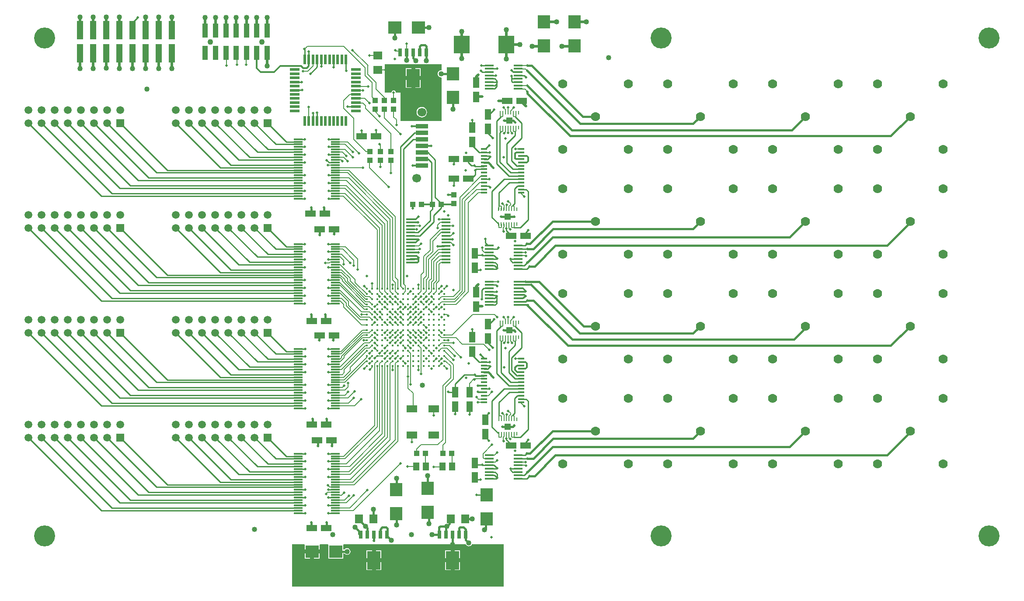
<source format=gtl>
%FSLAX24Y24*%
%MOIN*%
G70*
G01*
G75*
G04 Layer_Physical_Order=1*
G04 Layer_Color=255*
%ADD10R,0.0787X0.0472*%
%ADD11R,0.1240X0.1360*%
%ADD12R,0.0945X0.1024*%
%ADD13R,0.1000X0.1400*%
%ADD14R,0.0300X0.0600*%
%ADD15R,0.0492X0.0165*%
%ADD16C,0.0177*%
%ADD17R,0.0433X0.0394*%
%ADD18R,0.0650X0.0118*%
%ADD19R,0.0472X0.0787*%
%ADD20R,0.0512X0.0630*%
%ADD21R,0.0630X0.0709*%
%ADD22R,0.0787X0.0551*%
%ADD23R,0.0748X0.0197*%
%ADD24R,0.0197X0.0748*%
%ADD25R,0.0709X0.0630*%
%ADD26R,0.0394X0.0433*%
%ADD27R,0.0945X0.0354*%
%ADD28R,0.0669X0.0177*%
%ADD29R,0.0669X0.0177*%
%ADD30R,0.0098X0.0256*%
%ADD31R,0.0472X0.0472*%
%ADD32R,0.1024X0.0945*%
%ADD33C,0.0400*%
%ADD34R,0.0500X0.1449*%
%ADD35R,0.0394X0.1083*%
%ADD36C,0.0080*%
%ADD37C,0.0100*%
%ADD38C,0.0200*%
%ADD39C,0.0060*%
%ADD40C,0.0120*%
%ADD41C,0.0150*%
%ADD42C,0.0110*%
%ADD43C,0.0160*%
%ADD44C,0.0700*%
%ADD45C,0.0669*%
%ADD46C,0.0591*%
%ADD47R,0.0591X0.0591*%
%ADD48C,0.1600*%
%ADD49C,0.0433*%
%ADD50C,0.0200*%
G36*
X62992Y30612D02*
X46850D01*
Y33858D01*
X47787D01*
X47823Y33823D01*
Y33450D01*
X48966D01*
Y33823D01*
X48966Y33823D01*
D01*
D01*
X48966Y33832D01*
D01*
X48992Y33858D01*
X49598D01*
X49634Y33823D01*
Y32768D01*
X50777D01*
Y33157D01*
X50832D01*
X50865Y33115D01*
X50919Y33073D01*
X50983Y33047D01*
X51050Y33038D01*
X51118Y33047D01*
X51182Y33073D01*
X51236Y33115D01*
X51277Y33169D01*
X51304Y33232D01*
X51313Y33300D01*
X51304Y33368D01*
X51277Y33431D01*
X51236Y33485D01*
X51182Y33527D01*
X51118Y33553D01*
X51050Y33562D01*
X50983Y33553D01*
X50919Y33527D01*
X50865Y33485D01*
X50832Y33443D01*
X50777D01*
Y33823D01*
X50777Y33823D01*
D01*
D01*
X50777Y33832D01*
D01*
X50803Y33858D01*
X60094D01*
X60108Y33826D01*
X60149Y33771D01*
X60204Y33730D01*
X60267Y33703D01*
X60335Y33694D01*
X60403Y33703D01*
X60466Y33730D01*
X60520Y33771D01*
X60562Y33826D01*
X60575Y33858D01*
X62992D01*
Y30612D01*
D02*
G37*
G36*
X58268Y70048D02*
X58231Y70016D01*
X58163Y70007D01*
X58100Y69981D01*
X58045Y69939D01*
X58004Y69885D01*
X57977Y69821D01*
X57969Y69754D01*
X57977Y69686D01*
X58004Y69622D01*
X58045Y69568D01*
X58100Y69526D01*
X58163Y69500D01*
X58231Y69491D01*
X58268Y69459D01*
Y66142D01*
X55118D01*
Y68307D01*
X54784D01*
X54763Y68333D01*
X54751Y68396D01*
X54715Y68448D01*
X54662Y68484D01*
X54600Y68496D01*
X54538Y68484D01*
X54485Y68448D01*
X54449Y68396D01*
X54437Y68333D01*
X54416Y68307D01*
X53937D01*
Y70472D01*
X58268D01*
Y70048D01*
D02*
G37*
%LPC*%
G36*
X52950Y33391D02*
X52540D01*
Y32782D01*
X52950D01*
Y33391D01*
D02*
G37*
G36*
X48966Y33150D02*
X48544D01*
Y32768D01*
X48966D01*
Y33150D01*
D02*
G37*
G36*
X48244D02*
X47823D01*
Y32768D01*
X48244D01*
Y33150D01*
D02*
G37*
G36*
X53660Y32482D02*
X53250D01*
Y31872D01*
X53660D01*
Y32482D01*
D02*
G37*
G36*
X52950D02*
X52540D01*
Y31872D01*
X52950D01*
Y32482D01*
D02*
G37*
G36*
X59660D02*
X59250D01*
Y31872D01*
X59660D01*
Y32482D01*
D02*
G37*
G36*
X58950D02*
X58540D01*
Y31872D01*
X58950D01*
Y32482D01*
D02*
G37*
G36*
X53660Y33391D02*
X53250D01*
Y32782D01*
X53660D01*
Y33391D01*
D02*
G37*
G36*
X56662Y69282D02*
X56252D01*
Y68671D01*
X56662D01*
Y69282D01*
D02*
G37*
G36*
X55952Y70191D02*
X55542D01*
Y69581D01*
X55952D01*
Y70191D01*
D02*
G37*
G36*
X56662D02*
X56252D01*
Y69581D01*
X56662D01*
Y70191D01*
D02*
G37*
G36*
X55952Y69282D02*
X55542D01*
Y68671D01*
X55952D01*
Y69282D01*
D02*
G37*
G36*
X58950Y33391D02*
X58540D01*
Y32782D01*
X58950D01*
Y33391D01*
D02*
G37*
G36*
X59660D02*
X59250D01*
Y32782D01*
X59660D01*
Y33391D01*
D02*
G37*
G36*
X56750Y67231D02*
X56647Y67217D01*
X56551Y67177D01*
X56469Y67114D01*
X56405Y67032D01*
X56366Y66936D01*
X56352Y66833D01*
X56366Y66730D01*
X56405Y66634D01*
X56469Y66551D01*
X56551Y66488D01*
X56647Y66448D01*
X56750Y66435D01*
X56853Y66448D01*
X56949Y66488D01*
X57031Y66551D01*
X57095Y66634D01*
X57134Y66730D01*
X57148Y66833D01*
X57134Y66936D01*
X57095Y67032D01*
X57031Y67114D01*
X56949Y67177D01*
X56853Y67217D01*
X56750Y67231D01*
D02*
G37*
%LPD*%
D10*
X59199Y61750D02*
D03*
X60301D02*
D03*
X63549Y57400D02*
D03*
X64651D02*
D03*
Y41400D02*
D03*
X64351Y67700D02*
D03*
X60301Y63250D02*
D03*
X59199D02*
D03*
X63249Y67700D02*
D03*
X63549Y41400D02*
D03*
X50051Y57900D02*
D03*
X48949D02*
D03*
X48349Y50900D02*
D03*
X49451D02*
D03*
X48349Y35100D02*
D03*
X49451D02*
D03*
X49851Y41800D02*
D03*
X48749D02*
D03*
X52149Y65000D02*
D03*
X53251D02*
D03*
X48249Y59100D02*
D03*
X49351D02*
D03*
X48349Y43000D02*
D03*
X49451D02*
D03*
X50051Y49800D02*
D03*
X48949D02*
D03*
D11*
X63190Y72000D02*
D03*
X59810D02*
D03*
D12*
X66050Y73706D02*
D03*
Y71894D02*
D03*
X68400Y73706D02*
D03*
Y71894D02*
D03*
X57200Y36294D02*
D03*
Y38106D02*
D03*
X54800Y36194D02*
D03*
Y38006D02*
D03*
X59126Y69754D02*
D03*
Y67943D02*
D03*
X61700Y37606D02*
D03*
Y35794D02*
D03*
D13*
X56102Y69432D02*
D03*
X59100Y32631D02*
D03*
X53100D02*
D03*
D14*
X56602Y71400D02*
D03*
X55102D02*
D03*
X57102D02*
D03*
X55602D02*
D03*
X56102D02*
D03*
X59600Y34600D02*
D03*
X58100D02*
D03*
X60100D02*
D03*
X58600D02*
D03*
X59100D02*
D03*
X53100D02*
D03*
X52600D02*
D03*
X54100D02*
D03*
X52100D02*
D03*
X53600D02*
D03*
D15*
X61500Y45447D02*
D03*
Y45959D02*
D03*
Y44935D02*
D03*
Y44679D02*
D03*
Y60935D02*
D03*
Y61447D02*
D03*
Y61959D02*
D03*
Y48006D02*
D03*
Y64006D02*
D03*
Y60679D02*
D03*
X64335D02*
D03*
Y60935D02*
D03*
Y61191D02*
D03*
X61500D02*
D03*
X64335Y61447D02*
D03*
Y61703D02*
D03*
X61500D02*
D03*
X64335Y61959D02*
D03*
Y62215D02*
D03*
X61500D02*
D03*
X64335Y62470D02*
D03*
X61500D02*
D03*
X64335Y62726D02*
D03*
X61500D02*
D03*
X64335Y62982D02*
D03*
Y63238D02*
D03*
X61500D02*
D03*
X64335Y63494D02*
D03*
X61500D02*
D03*
X64335Y63750D02*
D03*
X61500D02*
D03*
X64335Y64006D02*
D03*
Y45447D02*
D03*
Y44935D02*
D03*
Y46726D02*
D03*
Y46470D02*
D03*
Y46215D02*
D03*
Y45959D02*
D03*
Y45191D02*
D03*
Y45703D02*
D03*
X61500D02*
D03*
Y47238D02*
D03*
Y47494D02*
D03*
X64335Y48006D02*
D03*
Y44679D02*
D03*
X61500Y45191D02*
D03*
Y46215D02*
D03*
Y46470D02*
D03*
Y46726D02*
D03*
X64335Y46982D02*
D03*
Y47238D02*
D03*
Y47494D02*
D03*
Y47750D02*
D03*
X61500D02*
D03*
Y62982D02*
D03*
Y46982D02*
D03*
D16*
X58465Y49016D02*
D03*
X58071D02*
D03*
Y49409D02*
D03*
X57283D02*
D03*
X58071Y48622D02*
D03*
X57677Y49409D02*
D03*
X58465Y48622D02*
D03*
Y47835D02*
D03*
Y48228D02*
D03*
X57677Y49803D02*
D03*
Y48228D02*
D03*
X55315D02*
D03*
X54921Y48622D02*
D03*
Y48228D02*
D03*
X54528D02*
D03*
X54134D02*
D03*
X54528Y48622D02*
D03*
X54134D02*
D03*
X55315D02*
D03*
X54921Y47441D02*
D03*
X54134D02*
D03*
X53740D02*
D03*
X53346D02*
D03*
X54921Y47835D02*
D03*
X54528D02*
D03*
X54134D02*
D03*
X53740D02*
D03*
X53346D02*
D03*
X52953Y48228D02*
D03*
X53346Y48622D02*
D03*
X52953D02*
D03*
X53346Y49409D02*
D03*
X53740Y49016D02*
D03*
X54134Y49409D02*
D03*
X53740D02*
D03*
X52559Y47835D02*
D03*
Y48228D02*
D03*
Y48622D02*
D03*
X52953Y49016D02*
D03*
X52559D02*
D03*
X52953Y49409D02*
D03*
X53346Y49803D02*
D03*
X52953Y50197D02*
D03*
X52559D02*
D03*
X54134Y49803D02*
D03*
X53740D02*
D03*
Y50197D02*
D03*
X53346D02*
D03*
X53740Y50984D02*
D03*
Y51378D02*
D03*
X53346Y52165D02*
D03*
Y51772D02*
D03*
Y52559D02*
D03*
X52953D02*
D03*
X52559Y52953D02*
D03*
X54134Y51378D02*
D03*
X53346D02*
D03*
X52953Y52165D02*
D03*
X52559Y52559D02*
D03*
X53740Y51772D02*
D03*
X53346Y50984D02*
D03*
X52953Y51772D02*
D03*
X52559D02*
D03*
Y52165D02*
D03*
X54134Y50984D02*
D03*
X52559Y50591D02*
D03*
X52953Y50984D02*
D03*
X52559D02*
D03*
X52953Y51378D02*
D03*
X52559Y53346D02*
D03*
Y51378D02*
D03*
Y49803D02*
D03*
Y49409D02*
D03*
Y47441D02*
D03*
X52953Y53346D02*
D03*
Y52953D02*
D03*
Y50591D02*
D03*
Y49803D02*
D03*
Y47835D02*
D03*
X53346Y53346D02*
D03*
Y52953D02*
D03*
Y50591D02*
D03*
Y49016D02*
D03*
X53740Y53346D02*
D03*
Y52953D02*
D03*
Y52559D02*
D03*
Y52165D02*
D03*
Y50591D02*
D03*
Y48622D02*
D03*
X54134Y53346D02*
D03*
Y52953D02*
D03*
Y52559D02*
D03*
Y52165D02*
D03*
Y51772D02*
D03*
Y50591D02*
D03*
Y50197D02*
D03*
Y49016D02*
D03*
X54528Y53346D02*
D03*
Y52953D02*
D03*
Y52559D02*
D03*
Y52165D02*
D03*
Y51772D02*
D03*
Y51378D02*
D03*
Y50984D02*
D03*
Y50591D02*
D03*
Y50197D02*
D03*
Y49803D02*
D03*
Y49409D02*
D03*
Y49016D02*
D03*
Y47441D02*
D03*
X54921Y53346D02*
D03*
Y52953D02*
D03*
Y52559D02*
D03*
Y52165D02*
D03*
Y51378D02*
D03*
Y50984D02*
D03*
Y50591D02*
D03*
Y50197D02*
D03*
Y49803D02*
D03*
Y49409D02*
D03*
Y49016D02*
D03*
X55315Y52559D02*
D03*
Y52165D02*
D03*
Y51772D02*
D03*
Y51378D02*
D03*
Y50984D02*
D03*
Y50591D02*
D03*
Y50197D02*
D03*
Y49803D02*
D03*
Y49409D02*
D03*
Y49016D02*
D03*
Y47835D02*
D03*
Y47441D02*
D03*
X55709Y53346D02*
D03*
Y52953D02*
D03*
Y51772D02*
D03*
Y51378D02*
D03*
Y50984D02*
D03*
Y50591D02*
D03*
Y50197D02*
D03*
Y49803D02*
D03*
Y48228D02*
D03*
Y47835D02*
D03*
X56102Y51772D02*
D03*
Y51378D02*
D03*
Y50984D02*
D03*
Y50591D02*
D03*
Y50197D02*
D03*
Y49803D02*
D03*
Y49016D02*
D03*
Y48622D02*
D03*
Y48228D02*
D03*
Y47835D02*
D03*
Y47441D02*
D03*
X56496Y53346D02*
D03*
Y52953D02*
D03*
Y51772D02*
D03*
Y51378D02*
D03*
Y50984D02*
D03*
Y50591D02*
D03*
Y50197D02*
D03*
Y49803D02*
D03*
Y49409D02*
D03*
Y48622D02*
D03*
Y48228D02*
D03*
Y47835D02*
D03*
Y47441D02*
D03*
X56890Y51772D02*
D03*
Y51378D02*
D03*
Y50984D02*
D03*
Y50591D02*
D03*
Y50197D02*
D03*
Y49803D02*
D03*
Y49409D02*
D03*
Y49016D02*
D03*
Y48622D02*
D03*
Y48228D02*
D03*
Y47835D02*
D03*
Y47441D02*
D03*
X57283Y52559D02*
D03*
Y52165D02*
D03*
Y51772D02*
D03*
Y51378D02*
D03*
Y50984D02*
D03*
Y50591D02*
D03*
Y50197D02*
D03*
Y49803D02*
D03*
Y49016D02*
D03*
Y48622D02*
D03*
Y48228D02*
D03*
Y47835D02*
D03*
Y47441D02*
D03*
X57677Y52559D02*
D03*
Y52165D02*
D03*
Y51772D02*
D03*
Y51378D02*
D03*
Y50984D02*
D03*
Y50591D02*
D03*
Y50197D02*
D03*
Y49016D02*
D03*
Y48622D02*
D03*
Y47835D02*
D03*
Y47441D02*
D03*
X58071Y53346D02*
D03*
Y52953D02*
D03*
Y52559D02*
D03*
Y52165D02*
D03*
Y51772D02*
D03*
Y51378D02*
D03*
Y50984D02*
D03*
Y50591D02*
D03*
Y50197D02*
D03*
Y49803D02*
D03*
Y48228D02*
D03*
Y47835D02*
D03*
Y47441D02*
D03*
X58465Y53346D02*
D03*
Y52953D02*
D03*
Y52559D02*
D03*
Y52165D02*
D03*
Y51772D02*
D03*
Y51378D02*
D03*
Y50984D02*
D03*
Y50591D02*
D03*
Y50197D02*
D03*
Y49803D02*
D03*
Y49409D02*
D03*
Y47441D02*
D03*
X56496Y52165D02*
D03*
X57283Y53346D02*
D03*
X57677D02*
D03*
X57283Y52953D02*
D03*
X57677D02*
D03*
X56890Y52165D02*
D03*
Y53346D02*
D03*
Y52953D02*
D03*
X54921Y51772D02*
D03*
X55709Y49409D02*
D03*
X56102D02*
D03*
X55709Y49016D02*
D03*
X56496D02*
D03*
X55709Y48622D02*
D03*
Y47441D02*
D03*
X55315Y53346D02*
D03*
Y52953D02*
D03*
X55709Y52165D02*
D03*
X56102Y52559D02*
D03*
Y53346D02*
D03*
Y52953D02*
D03*
X56496Y52559D02*
D03*
X56890D02*
D03*
X56102Y52165D02*
D03*
X55709Y52559D02*
D03*
X53346Y48228D02*
D03*
X53740D02*
D03*
X52953Y47441D02*
D03*
D17*
X57035Y40800D02*
D03*
X56365D02*
D03*
X58365D02*
D03*
X59035D02*
D03*
X57565Y59800D02*
D03*
X58235D02*
D03*
X56735D02*
D03*
X56065D02*
D03*
D18*
X64093Y52104D02*
D03*
Y52360D02*
D03*
Y52616D02*
D03*
Y52872D02*
D03*
Y53128D02*
D03*
Y53384D02*
D03*
Y53640D02*
D03*
Y53896D02*
D03*
X61907Y52104D02*
D03*
Y52360D02*
D03*
Y52616D02*
D03*
Y52872D02*
D03*
Y53128D02*
D03*
Y53384D02*
D03*
Y53640D02*
D03*
Y53896D02*
D03*
Y38854D02*
D03*
Y39110D02*
D03*
Y39366D02*
D03*
X64093Y40134D02*
D03*
Y39878D02*
D03*
X61907Y54854D02*
D03*
Y55110D02*
D03*
Y55366D02*
D03*
X64093Y56134D02*
D03*
Y55878D02*
D03*
X47323Y40764D02*
D03*
Y40567D02*
D03*
Y40370D02*
D03*
Y40173D02*
D03*
Y39976D02*
D03*
Y39780D02*
D03*
Y39583D02*
D03*
Y39386D02*
D03*
Y39189D02*
D03*
Y38992D02*
D03*
Y38795D02*
D03*
Y38598D02*
D03*
Y38402D02*
D03*
Y38205D02*
D03*
Y38008D02*
D03*
Y37811D02*
D03*
Y37614D02*
D03*
Y37417D02*
D03*
Y37220D02*
D03*
Y37024D02*
D03*
Y36827D02*
D03*
Y36630D02*
D03*
Y36433D02*
D03*
Y36236D02*
D03*
X50177Y40764D02*
D03*
Y40567D02*
D03*
Y40370D02*
D03*
Y40173D02*
D03*
Y39976D02*
D03*
Y39780D02*
D03*
Y39583D02*
D03*
Y39386D02*
D03*
Y39189D02*
D03*
Y38992D02*
D03*
Y38795D02*
D03*
Y38598D02*
D03*
Y38402D02*
D03*
Y38205D02*
D03*
Y38008D02*
D03*
Y37811D02*
D03*
Y37614D02*
D03*
Y37417D02*
D03*
Y37220D02*
D03*
Y37024D02*
D03*
Y36827D02*
D03*
Y36630D02*
D03*
Y36433D02*
D03*
Y36236D02*
D03*
Y52236D02*
D03*
Y52433D02*
D03*
Y52630D02*
D03*
Y52827D02*
D03*
Y53024D02*
D03*
Y53220D02*
D03*
Y53417D02*
D03*
Y53614D02*
D03*
Y53811D02*
D03*
Y54008D02*
D03*
Y54205D02*
D03*
Y54402D02*
D03*
Y54598D02*
D03*
Y54795D02*
D03*
Y54992D02*
D03*
Y55189D02*
D03*
Y55386D02*
D03*
Y55583D02*
D03*
Y55780D02*
D03*
Y55976D02*
D03*
Y56173D02*
D03*
Y56370D02*
D03*
Y56567D02*
D03*
Y56764D02*
D03*
X47323Y52236D02*
D03*
Y52433D02*
D03*
Y52630D02*
D03*
Y52827D02*
D03*
Y53024D02*
D03*
Y53220D02*
D03*
Y53417D02*
D03*
Y53614D02*
D03*
Y53811D02*
D03*
Y54008D02*
D03*
Y54205D02*
D03*
Y54402D02*
D03*
Y54598D02*
D03*
Y54795D02*
D03*
Y54992D02*
D03*
Y55189D02*
D03*
Y55386D02*
D03*
Y55583D02*
D03*
Y55780D02*
D03*
Y55976D02*
D03*
Y56173D02*
D03*
Y56370D02*
D03*
Y56567D02*
D03*
Y56764D02*
D03*
X50177Y44236D02*
D03*
Y44433D02*
D03*
Y44630D02*
D03*
Y44827D02*
D03*
Y45024D02*
D03*
Y45220D02*
D03*
Y45417D02*
D03*
Y45614D02*
D03*
Y45811D02*
D03*
Y46008D02*
D03*
Y46205D02*
D03*
Y46402D02*
D03*
Y46598D02*
D03*
Y46795D02*
D03*
Y46992D02*
D03*
Y47189D02*
D03*
Y47386D02*
D03*
Y47583D02*
D03*
Y47780D02*
D03*
Y47976D02*
D03*
Y48173D02*
D03*
Y48370D02*
D03*
Y48567D02*
D03*
Y48764D02*
D03*
X47323Y44236D02*
D03*
Y44433D02*
D03*
Y44630D02*
D03*
Y44827D02*
D03*
Y45024D02*
D03*
Y45220D02*
D03*
Y45417D02*
D03*
Y45614D02*
D03*
Y45811D02*
D03*
Y46008D02*
D03*
Y46205D02*
D03*
Y46402D02*
D03*
Y46598D02*
D03*
Y46795D02*
D03*
Y46992D02*
D03*
Y47189D02*
D03*
Y47386D02*
D03*
Y47583D02*
D03*
Y47780D02*
D03*
Y47976D02*
D03*
Y48173D02*
D03*
Y48370D02*
D03*
Y48567D02*
D03*
Y48764D02*
D03*
X50177Y60236D02*
D03*
Y60433D02*
D03*
Y60630D02*
D03*
Y60827D02*
D03*
Y61024D02*
D03*
Y61220D02*
D03*
Y61417D02*
D03*
Y61614D02*
D03*
Y61811D02*
D03*
Y62008D02*
D03*
Y62205D02*
D03*
Y62402D02*
D03*
Y62598D02*
D03*
Y62795D02*
D03*
Y62992D02*
D03*
Y63189D02*
D03*
Y63386D02*
D03*
Y63583D02*
D03*
Y63780D02*
D03*
Y63976D02*
D03*
Y64173D02*
D03*
Y64370D02*
D03*
Y64567D02*
D03*
Y64764D02*
D03*
X47323Y60236D02*
D03*
Y60433D02*
D03*
Y60630D02*
D03*
Y60827D02*
D03*
Y61024D02*
D03*
Y61220D02*
D03*
Y61417D02*
D03*
Y61614D02*
D03*
Y61811D02*
D03*
Y62008D02*
D03*
Y62205D02*
D03*
Y62402D02*
D03*
Y62598D02*
D03*
Y62795D02*
D03*
Y62992D02*
D03*
Y63189D02*
D03*
Y63386D02*
D03*
Y63583D02*
D03*
Y63780D02*
D03*
Y63976D02*
D03*
Y64173D02*
D03*
Y64370D02*
D03*
Y64567D02*
D03*
Y64764D02*
D03*
X64093Y54854D02*
D03*
Y55110D02*
D03*
Y55366D02*
D03*
Y55622D02*
D03*
Y56390D02*
D03*
Y56646D02*
D03*
X61907Y55622D02*
D03*
Y55878D02*
D03*
Y56134D02*
D03*
Y56390D02*
D03*
Y56646D02*
D03*
X64093Y38854D02*
D03*
Y39110D02*
D03*
Y39366D02*
D03*
Y39622D02*
D03*
Y40390D02*
D03*
Y40646D02*
D03*
X61907Y39622D02*
D03*
Y39878D02*
D03*
Y40134D02*
D03*
Y40390D02*
D03*
Y40646D02*
D03*
X64093Y68604D02*
D03*
Y68860D02*
D03*
Y69116D02*
D03*
Y69372D02*
D03*
Y70140D02*
D03*
Y70396D02*
D03*
X61907Y69628D02*
D03*
Y69884D02*
D03*
Y70140D02*
D03*
Y70396D02*
D03*
X64093Y69628D02*
D03*
Y69884D02*
D03*
X61907Y69372D02*
D03*
Y69116D02*
D03*
Y68860D02*
D03*
Y68604D02*
D03*
D19*
X59300Y44349D02*
D03*
Y45451D02*
D03*
X60600Y49651D02*
D03*
X60800Y38949D02*
D03*
Y54949D02*
D03*
X61800Y50651D02*
D03*
X60400Y44349D02*
D03*
X60900Y51998D02*
D03*
Y67998D02*
D03*
X60800Y56051D02*
D03*
X61800Y66651D02*
D03*
X60900Y69100D02*
D03*
X60600Y48549D02*
D03*
X60800Y40051D02*
D03*
X60400Y45451D02*
D03*
X60900Y53100D02*
D03*
X60600Y64549D02*
D03*
Y65651D02*
D03*
X61800Y65549D02*
D03*
Y49549D02*
D03*
X61600Y42249D02*
D03*
Y43351D02*
D03*
D20*
X58326Y39800D02*
D03*
X59074D02*
D03*
X56326D02*
D03*
X57074D02*
D03*
D21*
X58949Y35800D02*
D03*
X60051D02*
D03*
X51949D02*
D03*
X53051D02*
D03*
D22*
X56000Y42200D02*
D03*
X57654D02*
D03*
X56000Y44200D02*
D03*
X57654D02*
D03*
D23*
X51743Y66925D02*
D03*
Y67240D02*
D03*
Y67555D02*
D03*
Y67870D02*
D03*
Y68185D02*
D03*
Y69130D02*
D03*
Y69445D02*
D03*
Y69760D02*
D03*
Y70075D02*
D03*
X47057Y66925D02*
D03*
Y67240D02*
D03*
Y67555D02*
D03*
Y67870D02*
D03*
Y68185D02*
D03*
Y68500D02*
D03*
Y68815D02*
D03*
Y69130D02*
D03*
Y69445D02*
D03*
Y69760D02*
D03*
Y70075D02*
D03*
X51743Y68815D02*
D03*
Y68500D02*
D03*
D24*
X47825Y66157D02*
D03*
X48140D02*
D03*
X48455D02*
D03*
X48770D02*
D03*
X49085D02*
D03*
X49400D02*
D03*
X49715D02*
D03*
X50030D02*
D03*
X50345D02*
D03*
X50660D02*
D03*
X50975D02*
D03*
X47825Y70843D02*
D03*
X48140D02*
D03*
X48455D02*
D03*
X48770D02*
D03*
X49085D02*
D03*
X49400D02*
D03*
X49715D02*
D03*
X50030D02*
D03*
X50345D02*
D03*
X50660D02*
D03*
X50975D02*
D03*
D25*
X53400Y71151D02*
D03*
Y70049D02*
D03*
D26*
X59200Y59865D02*
D03*
Y60535D02*
D03*
X53200Y67735D02*
D03*
Y67065D02*
D03*
X52800Y63835D02*
D03*
Y63165D02*
D03*
X54600Y67735D02*
D03*
Y67065D02*
D03*
X53900Y67065D02*
D03*
Y67735D02*
D03*
X53600Y63835D02*
D03*
Y63165D02*
D03*
X54400Y63835D02*
D03*
Y63165D02*
D03*
D27*
X56750Y62750D02*
D03*
Y63250D02*
D03*
Y63750D02*
D03*
Y64250D02*
D03*
Y64750D02*
D03*
Y65250D02*
D03*
Y65750D02*
D03*
D28*
X58589Y55337D02*
D03*
Y55593D02*
D03*
Y55848D02*
D03*
Y56104D02*
D03*
Y56360D02*
D03*
Y56616D02*
D03*
Y56872D02*
D03*
Y57128D02*
D03*
Y57384D02*
D03*
Y57640D02*
D03*
Y57896D02*
D03*
Y58152D02*
D03*
Y58407D02*
D03*
Y58663D02*
D03*
X55911Y55337D02*
D03*
Y55593D02*
D03*
Y55848D02*
D03*
Y56104D02*
D03*
Y56360D02*
D03*
Y56616D02*
D03*
Y56872D02*
D03*
Y57128D02*
D03*
Y57384D02*
D03*
Y57640D02*
D03*
Y57896D02*
D03*
Y58152D02*
D03*
Y58407D02*
D03*
D29*
Y58663D02*
D03*
D30*
X62743Y50772D02*
D03*
X62940D02*
D03*
X63136D02*
D03*
X63333D02*
D03*
X63530D02*
D03*
X63727D02*
D03*
X63924D02*
D03*
X64121D02*
D03*
Y49650D02*
D03*
X63924D02*
D03*
X63727D02*
D03*
X63530D02*
D03*
X63333D02*
D03*
X63136D02*
D03*
X62940D02*
D03*
X62743D02*
D03*
Y66772D02*
D03*
X62940D02*
D03*
X63136D02*
D03*
X63333D02*
D03*
X63530D02*
D03*
X63727D02*
D03*
X63924D02*
D03*
X64121D02*
D03*
Y65650D02*
D03*
X63924D02*
D03*
X63727D02*
D03*
X63530D02*
D03*
X63333D02*
D03*
X63136D02*
D03*
X62940D02*
D03*
X62743D02*
D03*
X62611Y59422D02*
D03*
X62808D02*
D03*
X63005D02*
D03*
X63202D02*
D03*
X63398D02*
D03*
X63595D02*
D03*
X63792D02*
D03*
X63989D02*
D03*
Y58300D02*
D03*
X63792D02*
D03*
X63595D02*
D03*
X63398D02*
D03*
X63202D02*
D03*
X63005D02*
D03*
X62808D02*
D03*
X62611D02*
D03*
X62621Y43392D02*
D03*
X62818D02*
D03*
X63015D02*
D03*
X63212D02*
D03*
X63408D02*
D03*
X63605D02*
D03*
X63802D02*
D03*
X63999D02*
D03*
Y42270D02*
D03*
X63802D02*
D03*
X63605D02*
D03*
X63408D02*
D03*
X63212D02*
D03*
X63015D02*
D03*
X62818D02*
D03*
X62621D02*
D03*
D31*
X63432Y50200D02*
D03*
Y66200D02*
D03*
X63300Y58850D02*
D03*
X63310Y42820D02*
D03*
D32*
X48394Y33300D02*
D03*
X50206D02*
D03*
X54694Y73300D02*
D03*
X56506D02*
D03*
D33*
X71000Y71000D02*
D03*
X44000Y35000D02*
D03*
X35800Y68600D02*
D03*
X56800Y46000D02*
D03*
X57500Y69000D02*
D03*
X55000D02*
D03*
X69295Y73724D02*
D03*
X67031D02*
D03*
X67425Y71854D02*
D03*
X65161D02*
D03*
X63192Y70870D02*
D03*
X64227Y72000D02*
D03*
X63190Y73131D02*
D03*
X59810Y70933D02*
D03*
Y73000D02*
D03*
X47539Y33366D02*
D03*
X51050Y33300D02*
D03*
X49954Y34600D02*
D03*
X51673Y35138D02*
D03*
X55958Y34600D02*
D03*
X54429Y34154D02*
D03*
X54823Y35335D02*
D03*
Y38878D02*
D03*
X57185Y39075D02*
D03*
X57283Y35433D02*
D03*
X57526Y34600D02*
D03*
X61516Y34941D02*
D03*
X60603Y35800D02*
D03*
X58661Y35236D02*
D03*
X60335Y33957D02*
D03*
X59100Y33813D02*
D03*
X53051Y36516D02*
D03*
X52461Y35236D02*
D03*
X59126Y67061D02*
D03*
X58231Y69754D02*
D03*
X57310Y73300D02*
D03*
X57087Y70768D02*
D03*
X56299D02*
D03*
X55600Y70778D02*
D03*
X54694Y72471D02*
D03*
X37700Y70150D02*
D03*
X36700D02*
D03*
X35700D02*
D03*
X34700D02*
D03*
X33700D02*
D03*
X32700Y70174D02*
D03*
X31700Y70150D02*
D03*
X30700D02*
D03*
Y74076D02*
D03*
X31700Y74100D02*
D03*
X32700Y74076D02*
D03*
X33700D02*
D03*
X35700D02*
D03*
X36700D02*
D03*
X37700D02*
D03*
X44962Y74039D02*
D03*
X44175D02*
D03*
X43387D02*
D03*
X42600D02*
D03*
X41813D02*
D03*
X41025D02*
D03*
X40238D02*
D03*
X44962Y70361D02*
D03*
D34*
X37700Y71326D02*
D03*
Y73074D02*
D03*
X36700Y71326D02*
D03*
Y73074D02*
D03*
X35700Y71326D02*
D03*
Y73074D02*
D03*
X34700Y71326D02*
D03*
Y73074D02*
D03*
X33700Y71326D02*
D03*
Y73074D02*
D03*
X32700Y71326D02*
D03*
Y73074D02*
D03*
X31700Y71326D02*
D03*
Y73074D02*
D03*
X30700Y71326D02*
D03*
Y73074D02*
D03*
D35*
X44962Y73037D02*
D03*
Y71363D02*
D03*
X44175Y73037D02*
D03*
X43387D02*
D03*
X42600D02*
D03*
X41813D02*
D03*
X41025D02*
D03*
X40238D02*
D03*
X44175Y71363D02*
D03*
X43387D02*
D03*
X42600D02*
D03*
X41813D02*
D03*
X41025D02*
D03*
X40238D02*
D03*
D36*
X63209Y41950D02*
Y42278D01*
X55600Y71500D02*
Y72037D01*
X54721Y71552D02*
X54774Y71500D01*
X55100D01*
X52756Y71161D02*
X53445D01*
X53400Y70049D02*
X53967D01*
X53248Y68602D02*
X53900Y67950D01*
X52639Y69703D02*
X53248Y69094D01*
X51476Y71555D02*
X52649Y70383D01*
X52639Y69703D02*
Y70373D01*
X53248Y68602D02*
Y69094D01*
X52953Y67982D02*
Y69094D01*
X52413Y69634D02*
X52953Y69094D01*
X50787Y71850D02*
X52413Y70225D01*
Y69634D02*
Y70225D01*
X53900Y67735D02*
Y67950D01*
X52953Y67982D02*
X53200Y67735D01*
X61024Y45472D02*
X61049Y45447D01*
X58465Y49409D02*
X58760D01*
X60925Y45079D02*
X61069Y44935D01*
X61500D01*
X53543Y64370D02*
X53600Y64313D01*
Y63835D02*
Y64313D01*
X52406Y67870D02*
X52756Y67520D01*
X51743Y67870D02*
X52406D01*
X51256Y68185D02*
X51743D01*
X50787Y67717D02*
X51256Y68185D01*
X50787Y67126D02*
Y67717D01*
Y67126D02*
X51575Y66339D01*
Y64764D02*
Y66339D01*
Y64764D02*
X52504Y63835D01*
X52800D01*
X51673Y67520D02*
X52264D01*
X52461Y67323D01*
Y67126D02*
Y67323D01*
Y67126D02*
X54400Y65187D01*
Y63835D02*
Y65187D01*
X58465Y48622D02*
Y48622D01*
Y48622D02*
X59154Y47933D01*
X61030Y44679D02*
X61500D01*
X53937Y51968D02*
X54134Y51772D01*
X54134D01*
X53543Y52362D02*
X53740Y52165D01*
X53740D01*
X54400Y62135D02*
Y63165D01*
X52756Y62598D02*
Y63121D01*
X60742Y46470D02*
X61500D01*
X60400Y46128D02*
X60742Y46470D01*
X60400Y45451D02*
Y46128D01*
X58268Y50000D02*
Y50000D01*
X58071Y50197D02*
X58268Y50000D01*
X52756Y62598D02*
X54232Y61122D01*
X58071Y47835D02*
X58268Y48032D01*
X58071Y47835D02*
Y47835D01*
X54600Y66463D02*
X54823Y66240D01*
Y65846D02*
Y66240D01*
X53900Y66376D02*
X55118Y65157D01*
X53900Y66376D02*
Y67065D01*
X54600Y66463D02*
Y67065D01*
X52953Y53346D02*
Y53740D01*
X53346Y52953D02*
Y52953D01*
Y52953D02*
X53543Y52756D01*
X48140Y66157D02*
Y67235D01*
X54600Y67735D02*
Y68333D01*
X61350Y56300D02*
Y56500D01*
Y56300D02*
X61516Y56134D01*
X61907D01*
X64093Y40134D02*
X64647D01*
X64093Y39878D02*
X64687D01*
X62890Y43839D02*
X63013Y43717D01*
Y43400D02*
Y43717D01*
X63209Y43666D02*
X63284Y43741D01*
X63209Y43400D02*
Y43666D01*
X63333Y44036D02*
X63530Y43839D01*
Y43762D02*
Y43839D01*
X63406Y43638D02*
X63530Y43762D01*
X63406Y43400D02*
Y43638D01*
Y41946D02*
Y42278D01*
X63013Y42070D02*
Y42278D01*
X62956Y42013D02*
X63013Y42070D01*
X62956Y41789D02*
Y42013D01*
X62940Y41773D02*
Y41789D01*
Y41773D02*
X62989Y41723D01*
X62816Y42042D02*
Y42278D01*
X62792Y42019D02*
X62816Y42042D01*
X62644Y42019D02*
X62792D01*
X62619Y42044D02*
Y42278D01*
X62558Y42339D02*
X62619Y42278D01*
Y42044D02*
X62644Y42019D01*
X64335Y44610D02*
Y44679D01*
Y44610D02*
X64564Y44381D01*
X63800Y42042D02*
Y42278D01*
X63776Y42019D02*
X63800Y42042D01*
X63603Y42044D02*
Y42278D01*
X63629Y42019D02*
X63776D01*
X63603Y42044D02*
X63629Y42019D01*
X63800Y43400D02*
Y43619D01*
X63731Y43688D02*
X63800Y43619D01*
X63674Y43688D02*
X63731D01*
X63603Y43617D02*
X63674Y43688D01*
X63603Y43400D02*
Y43617D01*
X62792Y43643D02*
X62816Y43619D01*
Y43400D02*
Y43619D01*
X62644Y43643D02*
X62792D01*
X62619Y43617D02*
X62644Y43643D01*
X62619Y43400D02*
Y43617D01*
X63891Y48006D02*
X64335D01*
X62941Y50534D02*
Y50749D01*
X62890Y50483D02*
X62941Y50534D01*
X62792Y50483D02*
X62890D01*
X62744Y50530D02*
X62792Y50483D01*
X62744Y50530D02*
Y50749D01*
X62989Y51172D02*
X63136Y51024D01*
X63335Y50749D02*
Y51170D01*
X63530Y50926D02*
X63776Y51172D01*
X63926Y50534D02*
Y50749D01*
X63875Y50483D02*
X63926Y50534D01*
X63776Y50483D02*
X63875D01*
X63729Y50530D02*
Y50749D01*
Y50530D02*
X63776Y50483D01*
X63731Y59688D02*
X63800Y59619D01*
X63674Y59688D02*
X63731D01*
X63603Y59617D02*
X63674Y59688D01*
X64093Y56134D02*
X64647D01*
X64093Y55878D02*
X64687D01*
X63891Y64006D02*
X64335D01*
Y60610D02*
X64564Y60381D01*
X64335Y60610D02*
Y60679D01*
X63530Y59762D02*
Y59839D01*
X63406Y59638D02*
X63530Y59762D01*
X63406Y59400D02*
Y59638D01*
X62890Y59839D02*
X63013Y59717D01*
Y59400D02*
Y59717D01*
X63333Y60036D02*
X63530Y59839D01*
X63603Y59400D02*
Y59617D01*
X62956Y57789D02*
Y58013D01*
X62940Y57773D02*
Y57789D01*
Y57773D02*
X62989Y57723D01*
X62956Y58013D02*
X63013Y58070D01*
Y58278D01*
X63406Y57946D02*
Y58278D01*
X63209Y59666D02*
X63284Y59741D01*
X63209Y59400D02*
Y59666D01*
X62558Y58339D02*
X62619Y58278D01*
X63800Y58042D02*
Y58278D01*
X63776Y58019D02*
X63800Y58042D01*
X63629Y58019D02*
X63776D01*
X63603Y58044D02*
X63629Y58019D01*
X63603Y58044D02*
Y58278D01*
X62816Y58042D02*
Y58278D01*
X62792Y58019D02*
X62816Y58042D01*
X62644Y58019D02*
X62792D01*
X62619Y58044D02*
X62644Y58019D01*
X62619Y58044D02*
Y58278D01*
X63800Y59400D02*
Y59619D01*
X62816Y59400D02*
Y59619D01*
X62792Y59643D02*
X62816Y59619D01*
X62644Y59643D02*
X62792D01*
X62619Y59617D02*
X62644Y59643D01*
X62619Y59400D02*
Y59617D01*
X62989Y67172D02*
X63136Y67024D01*
X63530Y66926D02*
X63776Y67172D01*
X64613Y68599D02*
X64810Y68402D01*
X64662Y70124D02*
X64810Y69977D01*
X64093Y70396D02*
X64784D01*
X63335Y66749D02*
Y67170D01*
X63926Y66534D02*
Y66749D01*
X63875Y66483D02*
X63926Y66534D01*
X63776Y66483D02*
X63875D01*
X63729Y66530D02*
X63776Y66483D01*
X63729Y66530D02*
Y66749D01*
X62941Y66534D02*
Y66749D01*
X62890Y66483D02*
X62941Y66534D01*
X62792Y66483D02*
X62890D01*
X62744Y66530D02*
X62792Y66483D01*
X62744Y66530D02*
Y66749D01*
X63136Y50749D02*
Y51024D01*
X63530Y50749D02*
Y50926D01*
X63136Y66729D02*
Y67024D01*
X63530Y66729D02*
Y66926D01*
X64071Y70124D02*
X64662D01*
X64071Y68845D02*
X64810D01*
X64071Y68599D02*
X64613D01*
X63333Y49252D02*
Y49646D01*
Y65252D02*
Y65646D01*
X63186Y57969D02*
X63209Y57993D01*
X63186Y57969D02*
X63186D01*
X63209Y57993D02*
Y58278D01*
X63189Y41929D02*
X63209Y41950D01*
X47825Y71644D02*
X48032Y71850D01*
X50787D01*
X47794Y71644D02*
X47825D01*
X43350Y70450D02*
Y71450D01*
X42650Y70450D02*
Y71500D01*
X48455Y70355D02*
Y70843D01*
X48050Y69950D02*
X48455Y70355D01*
X47700Y69950D02*
X48050D01*
X41850Y70400D02*
Y71300D01*
X61600Y43351D02*
Y43600D01*
X61850Y43850D01*
X61699Y42249D02*
X61750Y42300D01*
X61600Y42249D02*
X61699D01*
X61600Y42000D02*
Y42249D01*
Y42000D02*
X61850Y41750D01*
X61750Y42050D02*
Y42300D01*
D37*
X63189Y41836D02*
Y41929D01*
Y41836D02*
X63549Y41476D01*
Y41400D02*
Y41476D01*
X63191Y57779D02*
Y57964D01*
Y57779D02*
X63549Y57422D01*
Y57400D02*
Y57422D01*
X58760Y45472D02*
X58781Y45451D01*
X59300D01*
X60600Y49651D02*
Y50265D01*
X63864Y46470D02*
X64335D01*
X63386Y48567D02*
X63875Y49056D01*
X63386Y46949D02*
Y48567D01*
Y46949D02*
X63864Y46470D01*
X53251Y65000D02*
Y65450D01*
X52149Y65000D02*
Y65436D01*
X51098Y67240D02*
X51743D01*
X48770Y66157D02*
Y66782D01*
X48455Y66157D02*
Y66762D01*
X47047Y68504D02*
X47638D01*
X47057Y69130D02*
X47602D01*
X49085Y70305D02*
Y70843D01*
X50030Y70246D02*
Y70843D01*
X61250Y70000D02*
X61366Y69884D01*
X61907D01*
X61859Y61191D02*
X61950Y61100D01*
X61500Y61191D02*
X61859D01*
X62490Y56390D02*
X62600Y56500D01*
X61907Y56390D02*
X62490D01*
X61907Y70140D02*
X62490D01*
X61600Y56850D02*
Y57150D01*
Y56850D02*
X61804Y56646D01*
X61907D01*
X61296Y70396D02*
X61907D01*
X59300Y43800D02*
Y44349D01*
X60400Y43750D02*
Y44349D01*
X60000Y46800D02*
X60800D01*
X59300Y46100D02*
X60000Y46800D01*
X59300Y45451D02*
Y46100D01*
X60824Y46694D02*
X61512D01*
X60800Y46800D02*
X60874Y46726D01*
X61500D01*
X62447Y39607D02*
X62497Y39657D01*
X62275Y39878D02*
X62497Y39657D01*
X61906Y39607D02*
X62447D01*
X61907Y39366D02*
X62344D01*
X62497Y39214D01*
Y38918D02*
Y39214D01*
X61857Y39115D02*
X62300D01*
X62497Y38918D01*
X62433Y38854D02*
X62497Y38918D01*
X61907Y38854D02*
X62433D01*
X63545Y39622D02*
X64093D01*
X63673Y39366D02*
X64093D01*
X63530Y39509D02*
Y39607D01*
Y39509D02*
X63673Y39366D01*
X62339Y52860D02*
X62471Y52770D01*
X62305Y52604D02*
X62471Y52770D01*
X64613Y40641D02*
X64760Y40788D01*
X64071Y40641D02*
X64613D01*
X64071Y40395D02*
X64810D01*
X64564Y39115D02*
X64810Y39361D01*
X64093Y39115D02*
X64564D01*
X64746Y38854D02*
X64957Y39066D01*
X64093Y38854D02*
X64746D01*
X64698Y44935D02*
X64859Y44774D01*
Y42609D02*
Y44774D01*
X64335Y44935D02*
X64698D01*
X64268Y42019D02*
X64859Y42609D01*
X63776Y42019D02*
X64268D01*
X64045Y45191D02*
X64335D01*
X63825Y44971D02*
X64045Y45191D01*
X63825Y43839D02*
Y44971D01*
X63674Y43688D02*
X63825Y43839D01*
X63415Y45447D02*
X64335D01*
X62644Y43643D02*
Y44676D01*
X63415Y45447D01*
X63038Y45709D02*
X64416D01*
X62103Y44774D02*
X63038Y45709D01*
X62103Y42794D02*
X62558Y42339D01*
X62103Y42794D02*
Y44774D01*
X61500Y45703D02*
X61900D01*
X61512Y47235D02*
X61759D01*
X61906Y47481D02*
X61955Y47432D01*
X61512Y47481D02*
X61906D01*
X61759Y47235D02*
X61955Y47432D01*
X63379Y45959D02*
X64335D01*
X62447Y50138D02*
X62792Y50483D01*
X62447Y46890D02*
X63379Y45959D01*
X62447Y46890D02*
Y50138D01*
X63875Y50483D02*
X64367Y49991D01*
Y48859D02*
Y49991D01*
X63989Y46726D02*
X64335D01*
X63579Y48071D02*
X64367Y48859D01*
X63579Y47136D02*
X63989Y46726D01*
X63579Y47136D02*
Y48071D01*
X63875Y49056D02*
Y49351D01*
X63517Y46215D02*
X64335D01*
X62792Y46940D02*
X63517Y46215D01*
X62792Y46940D02*
Y49351D01*
X64651Y41614D02*
X64859Y41822D01*
X64651Y41400D02*
Y41614D01*
X60600Y48295D02*
Y48549D01*
X61145Y47750D02*
X61932D01*
X60600Y48295D02*
X61145Y47750D01*
X60800Y38798D02*
X61244D01*
X61389Y39878D02*
X62275D01*
X60774Y39903D02*
X61365D01*
X61857Y50630D02*
X62251Y51024D01*
X61808Y50630D02*
X61857D01*
X61145Y63750D02*
X61932D01*
X60600Y64295D02*
Y64549D01*
Y64295D02*
X61145Y63750D01*
X59200Y62841D02*
Y63284D01*
Y61217D02*
Y61709D01*
X61857Y66630D02*
X62251Y67024D01*
X61808Y66630D02*
X61857D01*
X61906Y55607D02*
X62447D01*
X61389Y55878D02*
X62275D01*
X60774Y55903D02*
X61365D01*
X60800Y54798D02*
X61244D01*
X62275Y55878D02*
X62497Y55657D01*
X62447Y55607D02*
X62497Y55657D01*
X61857Y55115D02*
X62300D01*
X62497Y54918D02*
Y55214D01*
X62344Y55366D02*
X62497Y55214D01*
X61907Y55366D02*
X62344D01*
X62300Y55115D02*
X62497Y54918D01*
X62433Y54854D02*
X62497Y54918D01*
X61907Y54854D02*
X62433D01*
X64093Y55115D02*
X64564D01*
X64651Y57614D02*
X64859Y57822D01*
X64651Y57400D02*
Y57614D01*
X63545Y55622D02*
X64093D01*
X63530Y55509D02*
Y55607D01*
Y55509D02*
X63673Y55366D01*
X64093D01*
X61906Y63481D02*
X61955Y63432D01*
X61512Y63481D02*
X61906D01*
X61759Y63235D02*
X61955Y63432D01*
X61512Y63235D02*
X61759D01*
X61500Y61703D02*
X61900D01*
X60301Y61750D02*
X60520D01*
X60824Y62054D01*
Y62398D01*
Y62694D02*
X61512D01*
X60528Y62743D02*
X60774D01*
X60301Y62970D02*
X60528Y62743D01*
X60301Y62970D02*
Y63250D01*
X60774Y62743D02*
X60824Y62694D01*
Y62398D02*
X60896Y62470D01*
X61500D01*
X62471Y68770D02*
Y69215D01*
X61907Y69116D02*
X62471D01*
X62339Y68860D02*
X62471Y68992D01*
X61907Y68860D02*
X62339D01*
X62305Y68604D02*
X62471Y68770D01*
X61907Y68604D02*
X62305D01*
X63579Y69189D02*
Y69583D01*
Y69470D02*
X63678Y69372D01*
X63579Y69189D02*
X63652Y69116D01*
X64093D01*
X62314Y69372D02*
X62471Y69215D01*
X61907Y69372D02*
X62314D01*
X61907Y69628D02*
X62402D01*
X63727Y69878D02*
X64121D01*
X63579Y70026D02*
X63727Y69878D01*
X64568Y69628D02*
X64711Y69485D01*
X64093Y69628D02*
X64568D01*
X63678Y69372D02*
X64093D01*
X64071Y56641D02*
X64613D01*
X64071Y56395D02*
X64810D01*
X63825Y59839D02*
Y60971D01*
X64045Y61191D01*
X64335D01*
X63674Y59688D02*
X63825Y59839D01*
X64613Y56641D02*
X64760Y56788D01*
X64564Y55115D02*
X64810Y55361D01*
X64746Y54854D02*
X64957Y55066D01*
X64093Y54854D02*
X64746D01*
X63776Y58019D02*
X64268D01*
X64859Y58609D01*
Y60774D01*
X64698Y60935D02*
X64859Y60774D01*
X64335Y60935D02*
X64698D01*
X62644Y59643D02*
Y60676D01*
X63415Y61447D01*
X64335D01*
X63038Y61709D02*
X64416D01*
X62103Y60774D02*
X63038Y61709D01*
X62103Y58794D02*
Y60774D01*
Y58794D02*
X62558Y58339D01*
X63875Y65056D02*
Y65351D01*
X63235Y64416D02*
X63875Y65056D01*
X64367Y64859D02*
Y65991D01*
X63875Y66483D02*
X64367Y65991D01*
X62447Y62890D02*
Y66138D01*
X62792Y66483D01*
X63579Y64071D02*
X64367Y64859D01*
X63579Y63136D02*
Y64071D01*
Y63136D02*
X63989Y62726D01*
X64335D01*
X63235Y62940D02*
Y64416D01*
Y62940D02*
X63704Y62470D01*
X64335D01*
X63517Y62215D02*
X64335D01*
X62447Y62890D02*
X63379Y61959D01*
X64335D01*
X49622Y38008D02*
X50177D01*
X49622Y36236D02*
X50177D01*
X49622Y36827D02*
X50177D01*
X49622Y37417D02*
X50177D01*
X49622Y38992D02*
X50177D01*
X49622Y39583D02*
X50177D01*
X49622Y40173D02*
X50177D01*
X49622Y40764D02*
X50177D01*
X49639Y44236D02*
X50177D01*
X49639Y44827D02*
X50177D01*
X49639Y45417D02*
X50177D01*
X49639Y46008D02*
X50177D01*
X49639Y46992D02*
X50177D01*
X49639Y47583D02*
X50177D01*
X49639Y48173D02*
X50177D01*
X49639Y48764D02*
X50177D01*
X49639Y52236D02*
X50177D01*
X32317Y60433D02*
X47323D01*
X26750Y66000D02*
X32317Y60433D01*
X27750Y66000D02*
X33120Y60630D01*
X47323D01*
X33726Y61024D02*
X47323D01*
X28750Y66000D02*
X33726Y61024D01*
X29750Y66000D02*
X34530Y61220D01*
X47323D01*
X35136Y61614D02*
X47323D01*
X30750Y66000D02*
X35136Y61614D01*
X31750Y66000D02*
X35939Y61811D01*
X47323D01*
X36545Y62205D02*
X47323D01*
X32750Y66000D02*
X36545Y62205D01*
X33750Y66000D02*
X37348Y62402D01*
X47323D01*
X41402Y62598D02*
X47323D01*
X38000Y66000D02*
X41402Y62598D01*
X39000Y66000D02*
X42205Y62795D01*
X47323D01*
X42811Y63189D02*
X47323D01*
X40000Y66000D02*
X42811Y63189D01*
X41000Y66000D02*
X43614Y63386D01*
X47323D01*
X44220Y63780D02*
X47323D01*
X42000Y66000D02*
X44220Y63780D01*
X43000Y66000D02*
X45024Y63976D01*
X47323D01*
X45630Y64370D02*
X47323D01*
X44000Y66000D02*
X45630Y64370D01*
X45000Y66000D02*
X46433Y64567D01*
X47323D01*
X46433Y56567D02*
X47323D01*
X45000Y58000D02*
X46433Y56567D01*
X44000Y58000D02*
X45630Y56370D01*
X47323D01*
X45024Y55976D02*
X47323D01*
X43000Y58000D02*
X45024Y55976D01*
X42000Y58000D02*
X44220Y55780D01*
X47323D01*
X43614Y55386D02*
X47323D01*
X41000Y58000D02*
X43614Y55386D01*
X40000Y58000D02*
X42811Y55189D01*
X47323D01*
X42205Y54795D02*
X47323D01*
X39000Y58000D02*
X42205Y54795D01*
X38000Y58000D02*
X41402Y54598D01*
X47323D01*
X37348Y54402D02*
X47323D01*
X33750Y58000D02*
X37348Y54402D01*
X32750Y58000D02*
X36545Y54205D01*
X47323D01*
X35939Y53811D02*
X47323D01*
X31750Y58000D02*
X35939Y53811D01*
X30750Y58000D02*
X35136Y53614D01*
X47323D01*
X34530Y53220D02*
X47323D01*
X29750Y58000D02*
X34530Y53220D01*
X28750Y58000D02*
X33726Y53024D01*
X47323D01*
X33120Y52630D02*
X47323D01*
X27750Y58000D02*
X33120Y52630D01*
X26750Y58000D02*
X32317Y52433D01*
X47323D01*
X46433Y48567D02*
X47323D01*
X45000Y50000D02*
X46433Y48567D01*
X44000Y50000D02*
X45630Y48370D01*
X47323D01*
X45024Y47976D02*
X47323D01*
X43000Y50000D02*
X45024Y47976D01*
X42000Y50000D02*
X44220Y47780D01*
X47323D01*
X43614Y47386D02*
X47323D01*
X41000Y50000D02*
X43614Y47386D01*
X40000Y50000D02*
X42811Y47189D01*
X47323D01*
X42205Y46795D02*
X47323D01*
X39000Y50000D02*
X42205Y46795D01*
X38000Y50000D02*
X41402Y46598D01*
X47323D01*
X37348Y46402D02*
X47323D01*
X33750Y50000D02*
X37348Y46402D01*
X32750Y50000D02*
X36545Y46205D01*
X47323D01*
X35939Y45811D02*
X47323D01*
X31750Y50000D02*
X35939Y45811D01*
X30750Y50000D02*
X35136Y45614D01*
X47323D01*
X34530Y45220D02*
X47323D01*
X29750Y50000D02*
X34530Y45220D01*
X28750Y50000D02*
X33726Y45024D01*
X47323D01*
X33120Y44630D02*
X47323D01*
X27750Y50000D02*
X33120Y44630D01*
X26750Y50000D02*
X32317Y44433D01*
X47323D01*
X46433Y40567D02*
X47323D01*
X45000Y42000D02*
X46433Y40567D01*
X44000Y42000D02*
X45630Y40370D01*
X47323D01*
X45024Y39976D02*
X47323D01*
X43000Y42000D02*
X45024Y39976D01*
X42000Y42000D02*
X44220Y39780D01*
X47323D01*
X43614Y39386D02*
X47323D01*
X41000Y42000D02*
X43614Y39386D01*
X40000Y42000D02*
X42811Y39189D01*
X47323D01*
X42205Y38795D02*
X47323D01*
X39000Y42000D02*
X42205Y38795D01*
X38000Y42000D02*
X41402Y38598D01*
X47323D01*
X37348Y38402D02*
X47323D01*
X33750Y42000D02*
X37348Y38402D01*
X32750Y42000D02*
X36545Y38205D01*
X47323D01*
X35939Y37811D02*
X47323D01*
X31750Y42000D02*
X35939Y37811D01*
X30750Y42000D02*
X35136Y37614D01*
X47323D01*
X34530Y37220D02*
X47323D01*
X29750Y42000D02*
X34530Y37220D01*
X28750Y42000D02*
X33726Y37024D01*
X47323D01*
X33120Y36630D02*
X47323D01*
X27750Y42000D02*
X33120Y36630D01*
X26750Y42000D02*
X32317Y36433D01*
X47323D01*
Y64173D02*
X47835D01*
X47323Y63583D02*
X47835D01*
X47323Y62992D02*
X47835D01*
X47323Y62008D02*
X47835D01*
X47323Y61417D02*
X47835D01*
X47323Y60827D02*
X47835D01*
X47323Y60236D02*
X47835D01*
X49665D02*
X50177D01*
X49665Y60827D02*
X50177D01*
X49665Y61417D02*
X50177D01*
X49665Y62008D02*
X50177D01*
X49665Y63583D02*
X50177D01*
X49665Y64173D02*
X50177D01*
X49665Y64764D02*
X50177D01*
X47323Y52236D02*
X47835D01*
X47323Y52827D02*
X47835D01*
X47323Y53417D02*
X47835D01*
X47323Y54008D02*
X47835D01*
X47323Y54992D02*
X47835D01*
X47323Y55583D02*
X47835D01*
X47323Y56173D02*
X47835D01*
X47323Y56764D02*
X47835D01*
X49639D02*
X50177D01*
X49639Y56173D02*
X50177D01*
X49639Y55583D02*
X50177D01*
X49639Y54992D02*
X50177D01*
X49639Y54008D02*
X50177D01*
X49639Y53417D02*
X50177D01*
X49639Y52827D02*
X50177D01*
X47323Y44236D02*
X47861D01*
X47323Y44827D02*
X47861D01*
X47323Y45417D02*
X47861D01*
X47323Y46008D02*
X47861D01*
X47323Y46992D02*
X47861D01*
X47323Y47583D02*
X47861D01*
X47323Y48173D02*
X47861D01*
X47323Y48764D02*
X47861D01*
X47323Y36236D02*
X47861D01*
X47323Y36827D02*
X47861D01*
X47323Y37417D02*
X47861D01*
X47323Y38008D02*
X47861D01*
X47323Y38992D02*
X47861D01*
X47323Y39583D02*
X47861D01*
X47323Y40173D02*
X47861D01*
X47323Y40764D02*
X47861D01*
X50975Y69990D02*
Y70843D01*
Y69990D02*
X50984Y69980D01*
X47323Y64764D02*
X47835D01*
X49508Y63169D02*
X49685Y62992D01*
X50197D01*
X60932Y37606D02*
X61700D01*
X61907Y52104D02*
X62341D01*
X62471Y52235D01*
X61907Y52360D02*
X62371D01*
X61319Y53248D02*
X61455Y53384D01*
X61319Y52559D02*
Y53248D01*
X61455Y53384D02*
X61907D01*
X62404Y53640D02*
X62500Y53543D01*
X61907Y53640D02*
X62404D01*
X61907Y52604D02*
X62305D01*
X61907Y52860D02*
X62339D01*
X62371Y52360D02*
X62471Y52461D01*
Y52235D02*
Y52770D01*
X61907Y53128D02*
X62478D01*
X60600Y65651D02*
Y66210D01*
X62697Y65256D02*
X62792Y65351D01*
X62697Y63035D02*
Y65256D01*
Y63035D02*
X63517Y62215D01*
X61800Y49211D02*
Y49549D01*
Y49211D02*
X62152Y48859D01*
X61800Y65211D02*
Y65549D01*
Y65211D02*
X62152Y64859D01*
X48770Y70270D02*
Y70843D01*
X34700Y73650D02*
X35100Y74050D01*
X34700Y73074D02*
Y73650D01*
X48250Y69750D02*
X48770Y70270D01*
X48140Y70843D02*
Y71467D01*
X47825Y70843D02*
Y71644D01*
D38*
X68310Y73724D02*
X69295D01*
X66047D02*
X67031D01*
X67425Y71854D02*
X68409D01*
X65161D02*
X66047D01*
X63190Y72000D02*
X64227D01*
X63192Y70870D02*
Y71952D01*
X63190Y72000D02*
Y73131D01*
X59810Y70933D02*
Y73000D01*
X60873Y52008D02*
X61365D01*
X60900Y53512D02*
X61070Y53681D01*
X60900Y53100D02*
Y53512D01*
X60873Y68008D02*
X61365D01*
X60900Y69512D02*
X61070Y69681D01*
X60900Y69100D02*
Y69512D01*
X64351Y67630D02*
X64711Y67270D01*
X64351Y67630D02*
Y67700D01*
X62608D02*
X63249D01*
X37700Y70150D02*
Y71326D01*
X36700Y70150D02*
Y71326D01*
X35700Y70150D02*
Y71326D01*
X34700Y70150D02*
Y71326D01*
X33700Y70150D02*
Y71326D01*
X32700Y70174D02*
Y71350D01*
X31700Y70150D02*
Y71326D01*
X30700Y70150D02*
Y71326D01*
Y72900D02*
Y74076D01*
X31700Y72924D02*
Y74100D01*
X32700Y72900D02*
Y74076D01*
X33700Y72900D02*
Y74076D01*
X35700Y72900D02*
Y74076D01*
X36700Y72900D02*
Y74076D01*
X37700Y72900D02*
Y74076D01*
X44962Y72863D02*
Y74039D01*
X44175Y72863D02*
Y74039D01*
X43387Y72863D02*
Y74039D01*
X42600Y72863D02*
Y74039D01*
X41813Y72863D02*
Y74039D01*
X41025Y72863D02*
Y74039D01*
X40238Y72863D02*
Y74039D01*
X44962Y70361D02*
Y71537D01*
D39*
X56102Y69432D02*
X56750D01*
X50623Y52630D02*
X50987Y52266D01*
X50525Y53024D02*
X51155Y52394D01*
X52362Y51184D02*
X52758D01*
X51155Y52093D02*
Y52394D01*
Y52093D02*
X52067Y51181D01*
X52362D01*
X52165Y51378D02*
X52559D01*
X50984Y52067D02*
Y52264D01*
Y52067D02*
X52067Y50984D01*
X52559D01*
X50525Y52433D02*
X50790Y52168D01*
X50787Y51968D02*
Y52165D01*
Y51968D02*
X52165Y50591D01*
X52559D01*
X52953Y50591D02*
X53150Y50787D01*
X52953Y50591D02*
Y50591D01*
X55315Y51772D02*
X55512Y51968D01*
X55315Y51772D02*
X55315D01*
X55118Y51575D02*
X55315Y51378D01*
X55315D01*
X55118Y51181D02*
X55315Y50984D01*
X55315D01*
X55118Y50787D02*
X55315Y50591D01*
X55315D01*
X54724Y51575D02*
X54921Y51378D01*
X54921D01*
X54331Y51575D02*
X54528Y51378D01*
X54528D01*
X54724Y51181D02*
X54921Y50984D01*
X54921D01*
X54331Y51181D02*
X54528Y50984D01*
X54528D01*
X53937Y50787D02*
X54134Y50591D01*
X54331Y50787D02*
X54528Y50591D01*
X54724Y50787D02*
X54921Y50591D01*
X54921D01*
X54528Y50591D02*
Y50591D01*
X55118Y50000D02*
X55315Y50197D01*
X54724Y50000D02*
X54921Y50197D01*
X54331Y50000D02*
X54528Y50197D01*
Y50197D01*
X54331Y49606D02*
X54528Y49803D01*
Y49803D01*
X54724Y49606D02*
X54921Y49803D01*
X55118Y49606D02*
X55315Y49803D01*
X55118Y49213D02*
X55315Y49409D01*
X54724Y49213D02*
X54921Y49409D01*
X56496Y49409D02*
X56693Y49213D01*
X56496Y49409D02*
Y49409D01*
X55709Y49409D02*
X55906Y49213D01*
X55709Y49409D02*
Y49409D01*
Y49803D02*
X55906Y49606D01*
X55709Y49803D02*
Y49803D01*
X56102Y49803D02*
X56299Y49606D01*
X56102Y49803D02*
Y49803D01*
X56496Y49803D02*
X56693Y49606D01*
X56496Y49803D02*
Y49803D01*
X56890Y50591D02*
X57089Y50396D01*
X56890Y50591D02*
Y50591D01*
Y50197D02*
X57087Y50000D01*
X56890Y50197D02*
Y50197D01*
X56496Y50197D02*
X56693Y50000D01*
X56496Y50197D02*
Y50197D01*
X56102Y50197D02*
X56299Y50000D01*
X56102Y50197D02*
Y50197D01*
X55709Y50197D02*
X55906Y50000D01*
X55709Y50197D02*
Y50197D01*
X56496Y50591D02*
X56693Y50787D01*
X56496Y50591D02*
Y50591D01*
Y50984D02*
X56693Y51181D01*
X56496Y51378D02*
X56693Y51575D01*
X56102Y51378D02*
X56299Y51575D01*
X56102Y51378D02*
X56102D01*
X55709D02*
X55906Y51575D01*
X55709Y51378D02*
X55709D01*
Y50984D02*
X55906Y51181D01*
X55709Y50984D02*
X55709D01*
X56102D02*
X56299Y51181D01*
X56102Y50984D02*
X56102D01*
X56102Y50591D02*
X56299Y50787D01*
X55709Y50591D02*
X55906Y50787D01*
X56102Y49409D02*
X56299Y49213D01*
X56102Y49409D02*
Y49409D01*
X55315Y49016D02*
X55512Y48819D01*
X55709Y49016D02*
X55906Y48819D01*
X58465Y48228D02*
X59154Y47539D01*
Y46457D02*
Y47539D01*
X58563Y45866D02*
X59154Y46457D01*
X58563Y41634D02*
Y45866D01*
X58365Y41436D02*
X58563Y41634D01*
X58365Y40800D02*
Y41436D01*
X59055Y39819D02*
Y40846D01*
X57677Y39764D02*
X58366D01*
X55646Y39800D02*
X56326D01*
X57035Y39717D02*
Y40800D01*
X56365Y40780D02*
Y41109D01*
X56693Y41437D01*
X57972D01*
X58366Y41831D01*
Y45965D01*
X58957Y46555D01*
Y47441D01*
X58563Y47835D02*
X58957Y47441D01*
X58465Y47835D02*
X58563D01*
X55118Y53543D02*
X55315Y53346D01*
X55315D01*
X55512Y53150D02*
Y53582D01*
X55375Y53719D02*
X55512Y53582D01*
X55315Y53346D02*
X55315D01*
X54924Y53349D02*
Y54035D01*
X54724Y54235D02*
X54924Y54035D01*
X51187Y62402D02*
X54727Y58861D01*
X54724Y54235D02*
Y58858D01*
X54727Y53152D02*
Y53836D01*
X54528Y54035D02*
Y58765D01*
Y54035D02*
X54727Y53836D01*
X51088Y62205D02*
X54528Y58765D01*
Y53346D02*
Y53642D01*
X58071Y53346D02*
X58268Y53543D01*
X58071Y53346D02*
X58071D01*
X54134Y50591D02*
Y50591D01*
X53937Y50000D02*
X54134Y50197D01*
Y50197D01*
X54331Y49213D02*
X54528Y49409D01*
Y49409D01*
X53937Y48819D02*
X54134Y49016D01*
X53543Y48425D02*
X53740Y48622D01*
X55315Y47835D02*
X55512Y47638D01*
X55709Y48622D02*
X55906Y48425D01*
Y46063D02*
Y48425D01*
X56693Y46850D02*
Y48819D01*
X51743Y68500D02*
X52268D01*
X56496Y49016D02*
X56693Y48819D01*
X56496Y49016D02*
Y49016D01*
X58465Y47441D02*
X58661Y47244D01*
X56496Y47146D02*
Y47441D01*
X56890Y49016D02*
X57087Y48819D01*
X56890Y49016D02*
Y49016D01*
X57283Y48622D02*
X57480Y48425D01*
X57283Y48622D02*
Y48622D01*
X58268Y49213D02*
X59154D01*
X61024Y45965D02*
X61030Y45959D01*
X58858Y49016D02*
X59744Y48130D01*
X58465Y49016D02*
X58858D01*
X58661Y48819D02*
X59252Y48228D01*
X58268Y48819D02*
X58661D01*
X58071Y48622D02*
X58268Y48819D01*
X58071Y49016D02*
X58268Y49213D01*
X51772Y68799D02*
X52657D01*
X57677Y47835D02*
X57874Y48032D01*
X57677Y47835D02*
Y47835D01*
X58071Y47441D02*
X58268Y47638D01*
X53200Y66879D02*
Y67065D01*
Y66879D02*
X53543Y66535D01*
X57480Y52756D02*
X57677Y52559D01*
X57087Y52362D02*
X57283Y52559D01*
X56890Y49409D02*
X57087Y49606D01*
X61474Y49114D02*
X61909Y48678D01*
X59843Y49114D02*
X61474D01*
X59350Y49606D02*
X59843Y49114D01*
X58268Y49606D02*
X59350D01*
X58071Y49803D02*
X58268Y49606D01*
X62378Y40134D02*
X62500Y40256D01*
X61907Y40134D02*
X62378D01*
X61825Y45191D02*
X62106Y45472D01*
X61500Y45191D02*
X61825D01*
X61417Y40748D02*
X62106Y41437D01*
X61480Y40390D02*
X61907D01*
X61417Y40453D02*
Y40748D01*
Y40453D02*
X61480Y40390D01*
X62303Y51378D02*
X62500Y51181D01*
X60630Y51378D02*
X62303D01*
X59055Y49803D02*
X60630Y51378D01*
X58465Y49803D02*
X59055D01*
X61907Y40646D02*
X62299D01*
X62500Y40846D01*
X61907Y53896D02*
X62557D01*
X57480Y51575D02*
Y51575D01*
X57283Y51772D02*
X57480Y51575D01*
X57677Y51772D02*
X57874Y51968D01*
X58071Y51772D02*
X58268Y51968D01*
X61270Y61959D02*
X61500D01*
X59646Y60335D02*
X61270Y61959D01*
X59646Y53248D02*
Y60335D01*
X59154Y52756D02*
X59646Y53248D01*
X58268Y52756D02*
X59154D01*
X58071Y52559D02*
X58268Y52756D01*
X58465Y52559D02*
X59252D01*
X59843Y53150D01*
Y60138D01*
X61152Y61447D01*
X61500D01*
X60300Y53115D02*
Y59906D01*
X61073Y60679D01*
X61500D01*
X60935Y60935D02*
X61500D01*
X60039Y60039D02*
X60935Y60935D01*
X60039Y53150D02*
Y60039D01*
X59252Y52362D02*
X60039Y53150D01*
X58268Y52362D02*
X59252D01*
X58071Y52165D02*
X58268Y52362D01*
X58465Y52165D02*
X59350D01*
X60300Y53115D01*
X63926Y49402D02*
Y49627D01*
X63729Y49398D02*
Y49627D01*
X63875Y49351D02*
X63926Y49402D01*
X63776Y49351D02*
X63875D01*
X63729Y49398D02*
X63776Y49351D01*
X63532Y49349D02*
Y49627D01*
Y49349D02*
X63629Y49252D01*
X63138Y49303D02*
Y49627D01*
X63038Y49203D02*
X63138Y49303D01*
X62941Y49402D02*
Y49627D01*
X62890Y49351D02*
X62941Y49402D01*
X62792Y49351D02*
X62890D01*
X62744Y49398D02*
X62792Y49351D01*
X62744Y49398D02*
Y49627D01*
X63038Y65203D02*
X63138Y65303D01*
Y65627D01*
X63776Y65351D02*
X63875D01*
X63532Y65349D02*
X63629Y65252D01*
X63926Y65402D02*
Y65627D01*
X63875Y65351D02*
X63926Y65402D01*
X63729Y65398D02*
X63776Y65351D01*
X63729Y65398D02*
Y65627D01*
X63532Y65349D02*
Y65627D01*
X62744Y65398D02*
Y65627D01*
Y65398D02*
X62792Y65351D01*
X62890D01*
X62941Y65402D01*
Y65627D01*
X55118Y48032D02*
X55315Y48228D01*
X55315D01*
X55118Y48032D02*
X55118D01*
X54724Y48425D02*
X54921Y48622D01*
X54724Y48425D02*
X54724D01*
X51541Y36433D02*
X55118Y40010D01*
X50177Y36433D02*
X51541D01*
X51246Y36630D02*
X52608Y37992D01*
X50177Y36630D02*
X51246D01*
X54724Y48032D02*
X54921Y48228D01*
X54331Y48032D02*
X54528Y48228D01*
X54528D01*
X50148Y37598D02*
X50640D01*
X54331Y48425D02*
X54528Y48622D01*
X53937Y48032D02*
X54134Y48228D01*
X53937Y48425D02*
X54134Y48622D01*
X51000Y37024D02*
X51575Y37598D01*
X50177Y37024D02*
X51000D01*
X50852Y37220D02*
X51181Y37549D01*
X50177Y37220D02*
X50852D01*
X52756Y47638D02*
X52953Y47835D01*
Y47835D01*
X52362Y47244D02*
X52559Y47441D01*
X50640Y37598D02*
X50837Y37795D01*
X49459Y37697D02*
X49573Y37811D01*
X50177D01*
X49606Y38337D02*
X49738Y38205D01*
X50177D01*
X54528Y47146D02*
Y47441D01*
X54921Y41732D02*
Y47441D01*
X54724Y47638D02*
X54921Y47835D01*
X54724Y47638D02*
X54724D01*
X54331D02*
X54528Y47835D01*
X54134Y42028D02*
Y47441D01*
X53937Y47638D02*
X54134Y47835D01*
X53740Y42274D02*
Y47441D01*
X53543Y47638D02*
X53740Y47835D01*
X53346Y42815D02*
Y47441D01*
X53346Y47441D02*
X53346Y47441D01*
X53150Y47638D02*
X53346Y47835D01*
X51591Y38402D02*
X54921Y41732D01*
X50177Y38402D02*
X51591D01*
X54724Y41831D02*
Y47638D01*
X51492Y38598D02*
X54724Y41831D01*
X50177Y38598D02*
X51492D01*
X54331Y41831D02*
Y47638D01*
X51295Y38795D02*
X54331Y41831D01*
X50177Y38795D02*
X51295D01*
X51295Y39189D02*
X54134Y42028D01*
X50177Y39189D02*
X51295D01*
X53937Y42126D02*
Y47638D01*
X51197Y39386D02*
X53937Y42126D01*
X50177Y39386D02*
X51197D01*
X51246Y39780D02*
X53740Y42274D01*
X50177Y39780D02*
X51246D01*
X53150Y42913D02*
Y47638D01*
X53543Y42520D02*
Y47638D01*
X51000Y39976D02*
X53543Y42520D01*
X50177Y39976D02*
X51000D01*
X50902Y40370D02*
X53346Y42815D01*
X50177Y40370D02*
X50902D01*
X50803Y40567D02*
X53150Y42913D01*
X50177Y40567D02*
X50803D01*
X50640Y48179D02*
X52264Y49803D01*
X50535Y47976D02*
X50640Y48081D01*
Y48179D01*
X52239Y49609D02*
X52758D01*
X50840Y48210D02*
X52239Y49609D01*
X50840Y48085D02*
Y48210D01*
X50535Y47780D02*
X50840Y48085D01*
X53150Y50000D02*
X53346Y49803D01*
X53150Y49606D02*
X53346Y49409D01*
X53150Y49213D02*
X53346Y49016D01*
X53150Y48819D02*
X53346Y48622D01*
X53150Y48819D02*
Y48819D01*
X52756Y48425D02*
X52953Y48622D01*
X52756Y48425D02*
Y48425D01*
Y48032D02*
X52953Y48228D01*
X52756Y48032D02*
Y48032D01*
X52264Y49803D02*
X52559D01*
X52335Y49409D02*
X52559D01*
X51618Y44433D02*
X52116Y44931D01*
X50177Y44433D02*
X51618D01*
X51175Y44630D02*
X51575Y45030D01*
X50177Y44630D02*
X51175D01*
X51132Y45030D02*
X51624Y45522D01*
X50197Y45030D02*
X51132D01*
X50880Y45220D02*
X51132Y45472D01*
X50177Y45220D02*
X50880D01*
X51132Y45866D02*
Y46161D01*
X50880Y45614D02*
X51132Y45866D01*
X50177Y45614D02*
X50880D01*
X50683Y45811D02*
X50837Y45965D01*
X50177Y45811D02*
X50683D01*
X50177Y47189D02*
X50634D01*
X52461Y49016D02*
X52559D01*
X50634Y47189D02*
X52461Y49016D01*
X50837Y46949D02*
Y47195D01*
X52463Y48821D01*
X50831Y46402D02*
X52559Y48130D01*
Y48228D01*
X50880Y46205D02*
X52510Y47835D01*
X52559D01*
X52362Y48425D02*
X52559Y48622D01*
X52362Y48425D02*
Y48425D01*
X52463Y48821D02*
X52758D01*
X52953Y49016D01*
X52758Y49215D02*
X52953Y49409D01*
X52758Y49215D02*
Y49215D01*
Y49609D02*
X52953Y49803D01*
X52758Y49609D02*
Y49609D01*
X52758Y50003D02*
X52953Y50197D01*
X52758Y50002D02*
Y50003D01*
X52217Y50199D02*
X52557D01*
X50177Y46205D02*
X50880D01*
X50177Y46402D02*
X50831D01*
X51280Y47343D02*
X52362Y48425D01*
X51280Y47096D02*
Y47343D01*
X50781Y46598D02*
X51280Y47096D01*
X50177Y46598D02*
X50781D01*
X50177Y46795D02*
X50683D01*
X50837Y46949D01*
X50177Y47780D02*
X50535D01*
X50177Y47976D02*
X50535D01*
X52217Y50002D02*
X52758D01*
X50177Y48370D02*
X50585D01*
X52217Y50002D01*
X50585Y48567D02*
X52217Y50199D01*
X50177Y48567D02*
X50585D01*
X52365Y49215D02*
X52758D01*
X50536Y47386D02*
X52365Y49215D01*
X50177Y47386D02*
X50536D01*
X53152Y51971D02*
X53346Y52165D01*
X53152Y51971D02*
Y51971D01*
X53740Y51378D02*
Y51383D01*
X53546Y51577D02*
X53740Y51383D01*
X53346Y51378D02*
Y51383D01*
X53152Y51577D02*
X53346Y51383D01*
X53740Y50984D02*
Y50989D01*
X53546Y51184D02*
X53740Y50989D01*
X53346Y50984D02*
Y50989D01*
X53152Y51184D02*
X53346Y50989D01*
X50919Y56567D02*
X51873Y55613D01*
X50177Y56567D02*
X50919D01*
X51577Y55121D02*
Y55515D01*
X50722Y56370D02*
X51577Y55515D01*
X50177Y56370D02*
X50722D01*
X50623Y55976D02*
X51282Y55318D01*
X50177Y55976D02*
X50623D01*
X50790Y55219D02*
Y55515D01*
X50525Y55780D02*
X50790Y55515D01*
X50177Y55780D02*
X50525D01*
X49412Y55318D02*
X49707D01*
X49775Y55386D01*
X50177D01*
X52758Y53152D02*
X52953Y52958D01*
Y52953D02*
Y52958D01*
X52365Y53546D02*
X52559Y53352D01*
Y53346D02*
Y53352D01*
X51676Y53836D02*
X52559Y52953D01*
X50525Y55189D02*
X51676Y54038D01*
Y53836D02*
Y54038D01*
X52758Y52753D02*
X52953Y52559D01*
X52758Y52753D02*
Y52758D01*
X51093Y53931D02*
X52466Y52559D01*
X52559D01*
X52758Y52360D02*
X52953Y52165D01*
X52758Y52360D02*
Y52365D01*
X50691Y53940D02*
X52466Y52165D01*
X52559D01*
X52758Y51966D02*
X52953Y51772D01*
X52758Y51966D02*
Y51971D01*
X52365Y51774D02*
X52557D01*
X52753Y51577D02*
X52953Y51378D01*
X52758Y51179D02*
X52953Y50984D01*
X52758Y51179D02*
Y51184D01*
X50177Y55189D02*
X50525D01*
X52463Y52758D02*
X52758D01*
X51282Y53940D02*
X52463Y52758D01*
X51282Y53940D02*
Y54137D01*
X50623Y54795D02*
X51282Y54137D01*
X50177Y54795D02*
X50623D01*
X51093Y53931D02*
Y54128D01*
X50623Y54598D02*
X51093Y54128D01*
X50888Y53940D02*
X52463Y52365D01*
X50888Y53940D02*
Y54038D01*
X50525Y54402D02*
X50888Y54038D01*
X50177Y54598D02*
X50623D01*
X52168Y51577D02*
X52753D01*
X50525Y53220D02*
X52168Y51577D01*
X50177Y53220D02*
X50525D01*
X50691Y53940D02*
Y54038D01*
X50525Y54205D02*
X50691Y54038D01*
X52463Y52365D02*
X52758D01*
X50177Y54402D02*
X50525D01*
X50177Y54205D02*
X50525D01*
X52338Y51971D02*
X52758D01*
X50498Y53811D02*
X52338Y51971D01*
X50177Y53811D02*
X50498D01*
X50525Y53614D02*
X52365Y51774D01*
X50177Y53614D02*
X50525D01*
X50177Y53024D02*
X50525D01*
X50177Y52630D02*
X50623D01*
X50177Y52433D02*
X50525D01*
X50177Y60433D02*
X50767D01*
X50177Y61024D02*
X50891D01*
X53743Y58172D01*
X50177Y61220D02*
X50990D01*
X53940Y58271D01*
X50177Y60630D02*
X50891D01*
X50177Y61614D02*
X50990D01*
X50177Y61811D02*
X51187D01*
X54333Y58664D01*
X53346Y53346D02*
Y57854D01*
X50767Y60433D02*
X53346Y57854D01*
X53740Y52953D02*
Y52958D01*
X53543Y53155D02*
X53740Y52958D01*
X50891Y60630D02*
X53543Y57978D01*
Y53155D02*
Y57978D01*
X53740Y53346D02*
Y53839D01*
X53743Y53644D02*
Y58172D01*
X54134Y52953D02*
Y52958D01*
X53940Y53152D02*
X54134Y52958D01*
X53940Y53152D02*
Y58271D01*
X54134Y53346D02*
Y58470D01*
X50990Y61614D02*
X54134Y58470D01*
X54528Y52953D02*
Y52958D01*
X54333Y53152D02*
X54528Y52958D01*
X54333Y53152D02*
Y58664D01*
X50177Y62205D02*
X51088D01*
X50177Y62402D02*
X51187D01*
X54921Y52953D02*
Y52958D01*
X54727Y53152D02*
X54921Y52958D01*
X49612Y62795D02*
X50177D01*
Y63189D02*
X50596D01*
X50691Y63094D01*
X50177Y63386D02*
X50793D01*
X51085Y63094D01*
X50199Y63783D02*
X50691D01*
X50987Y63487D01*
X50177Y63976D02*
X50891D01*
X51479Y63389D01*
X50177Y64370D02*
X50891D01*
X51479Y63783D01*
X53940Y52365D02*
X54134Y52171D01*
Y52165D02*
Y52171D01*
X53940Y52758D02*
X54134Y52564D01*
Y52559D02*
Y52564D01*
X54333Y52365D02*
X54528Y52171D01*
Y52165D02*
Y52171D01*
X54333Y52758D02*
X54528Y52564D01*
Y52559D02*
Y52564D01*
X54727Y52365D02*
X54921Y52171D01*
Y52165D02*
Y52171D01*
X54727Y52753D02*
Y52758D01*
Y52753D02*
X54921Y52559D01*
X50177Y64567D02*
X51088D01*
X51971Y63684D01*
X55121Y52365D02*
X55315Y52171D01*
Y52165D02*
Y52171D01*
X58191Y55337D02*
X58589D01*
X58112Y55848D02*
X58589D01*
X58073Y56104D02*
X58589D01*
X58033Y56360D02*
X58589D01*
X57874Y53150D02*
X57874D01*
X57677Y52953D02*
X57874Y53150D01*
X57677Y53346D02*
X57677Y53346D01*
X57480Y53150D02*
X57480D01*
X57283Y52953D02*
X57480Y53150D01*
X57087D02*
X57087D01*
X56890Y52953D02*
X57087Y53150D01*
X56890Y53346D02*
X56890Y53346D01*
X54921Y51772D02*
X55118Y51968D01*
X50177Y62598D02*
X52264D01*
X55315Y52953D02*
X55315D01*
X55512Y53150D01*
X56496Y52953D02*
X56496D01*
X56693Y53150D01*
X58071Y55217D02*
X58191Y55337D01*
X57874Y53740D02*
X58071Y53937D01*
Y55217D01*
X57874Y53150D02*
Y53740D01*
Y55315D02*
X58152Y55593D01*
X57677Y53346D02*
Y53740D01*
X57874Y53937D01*
Y55315D01*
X58152Y55593D02*
X58589D01*
X57480Y53839D02*
X57677Y54035D01*
Y55413D01*
X57480Y53150D02*
Y53839D01*
X57677Y55413D02*
X58112Y55848D01*
X57283Y53346D02*
Y53937D01*
X57480Y54134D01*
Y55512D01*
X58073Y56104D01*
X57274Y55601D02*
X58033Y56360D01*
X57087Y54035D02*
X57274Y54223D01*
Y55601D01*
X57087Y53150D02*
Y54035D01*
X56890Y54134D02*
X57087Y54331D01*
X56890Y53346D02*
Y54134D01*
X58191Y57896D02*
X58589D01*
X56693Y54429D02*
X56890Y54626D01*
X56693Y53150D02*
Y54429D01*
X56496Y53346D02*
Y53642D01*
X56102Y52559D02*
X56102D01*
X56299Y52756D01*
X56496Y52559D02*
X56693Y52756D01*
X56890Y52559D02*
X57087Y52756D01*
X55911Y58407D02*
X56004D01*
X58465Y56594D02*
X58661D01*
X55906Y56890D02*
X55911D01*
Y56616D02*
X56518D01*
X56693Y56791D01*
X55911Y56360D02*
X56557D01*
X56594Y56398D01*
X56102Y52165D02*
X56102D01*
X56299Y52362D01*
X56890Y52165D02*
X56890D01*
X56693Y52362D02*
X56890Y52165D01*
X55911Y57896D02*
X56376D01*
X58071Y58661D02*
X58563D01*
X58589Y57384D02*
X58959D01*
X59154Y57579D01*
X58563Y57382D02*
X58589D01*
X58957Y56890D02*
X59154Y56693D01*
X59055Y57128D02*
X59096D01*
X58230Y57640D02*
X58589D01*
X57087Y54331D02*
Y55709D01*
X57579Y56201D01*
Y56988D01*
X58230Y57640D01*
X56890Y55807D02*
X57382Y56299D01*
X56890Y54626D02*
Y55807D01*
X57382Y56299D02*
Y57087D01*
X58191Y57896D01*
X58589Y58152D02*
X59136D01*
X57972Y57972D02*
Y58211D01*
X58169Y58407D01*
X58589D01*
X56102Y51772D02*
X56102D01*
X56299Y51968D01*
X55906Y58169D02*
X56594D01*
X55709Y52953D02*
X55906Y53150D01*
X55906D01*
X55709Y51772D02*
X55709D01*
X55906Y51968D01*
X58071Y52953D02*
X58071D01*
X58268Y53150D01*
X58465Y53346D02*
X58661Y53543D01*
X57283Y52165D02*
X57480Y52362D01*
X56890Y51772D02*
X57087Y51968D01*
X58563Y56890D02*
X58957D01*
X55709Y45768D02*
X56102Y45374D01*
Y44302D02*
Y45374D01*
X56000Y44200D02*
X56102Y44302D01*
X56000Y41638D02*
Y42200D01*
X57677Y43701D02*
Y44193D01*
X51873Y54823D02*
Y55613D01*
X55709Y45768D02*
Y47441D01*
X58465Y51378D02*
Y51378D01*
X58667D01*
X58763Y51282D01*
X53600Y62640D02*
Y63246D01*
X53346Y48228D02*
X53740D01*
X53150Y48050D02*
X53350Y48250D01*
X52953Y47353D02*
Y47441D01*
X52800Y47200D02*
X52953Y47353D01*
D40*
X61220Y48327D02*
X61516Y48032D01*
X61644Y64006D02*
X61909Y64272D01*
X61500Y64006D02*
X61644D01*
X61049Y45447D02*
X61500D01*
X61030Y45959D02*
X61500D01*
X63878Y47343D02*
X64030Y47494D01*
X63878Y47146D02*
Y47343D01*
X64030Y47494D02*
X64335D01*
Y47750D02*
X64652D01*
X64764Y47638D01*
Y47343D02*
Y47638D01*
X64659Y47238D02*
X64764Y47343D01*
X64335Y47238D02*
X64659D01*
X63878Y47146D02*
X64041Y46982D01*
X64335D01*
X63927Y63238D02*
X64335D01*
X63878Y63287D02*
X63927Y63238D01*
X63878Y63287D02*
Y63681D01*
X63947Y63750D01*
X64335D01*
Y63494D02*
X64754D01*
X64862Y63386D01*
Y63091D02*
Y63386D01*
X64764Y62992D02*
X64862Y63091D01*
X64370Y62992D02*
X64764D01*
X64466Y52616D02*
X64650Y52800D01*
X64093Y52616D02*
X64466D01*
X64578Y52872D02*
X64650Y52800D01*
X64093Y52872D02*
X64578D01*
X64093Y53128D02*
X64628D01*
X64650Y53150D02*
Y53200D01*
X64466Y53384D02*
X64650Y53200D01*
X64093Y53384D02*
X64466D01*
X64093Y52360D02*
X64710D01*
X64093Y53896D02*
X64650D01*
X64093Y53640D02*
X65100D01*
X94029Y50471D02*
X94090Y50532D01*
X56004Y58407D02*
X56455D01*
X55911Y58663D02*
X56301D01*
X56496Y58858D01*
X58604Y57128D02*
X59055D01*
X57972Y56594D02*
X58465D01*
X55911Y56872D02*
X56281D01*
X56496Y57087D01*
X55911Y57128D02*
X56455D01*
X56496Y57087D01*
X55911Y56104D02*
X56494D01*
X55911Y55848D02*
X56356D01*
X56496Y55709D01*
X56398Y55610D02*
X56496Y55709D01*
X55911Y55337D02*
X56419D01*
X56496Y55413D01*
Y55709D01*
X55906Y55610D02*
X56398D01*
X56057Y62750D02*
X56750D01*
Y64250D02*
X57459D01*
X56004Y65748D02*
X56693D01*
X56065Y59486D02*
Y59800D01*
X58760Y60532D02*
X59154D01*
X58235Y59800D02*
X59135D01*
X59200Y59865D01*
X56735Y59800D02*
X57565D01*
X64833Y52133D02*
X64861Y52104D01*
X64093D02*
X64861D01*
X44175Y70175D02*
Y71363D01*
Y70175D02*
X44450Y69900D01*
X45500D01*
X45950Y70350D01*
X47550D01*
X47700Y70200D01*
X48000D01*
X48140Y70340D01*
Y70900D01*
D41*
X53150Y31594D02*
Y32579D01*
X53100Y34105D02*
Y34600D01*
D42*
X58235Y59514D02*
Y59876D01*
X57677Y58465D02*
Y58957D01*
X55807Y57382D02*
X56594D01*
X57677Y58957D02*
X58235Y59514D01*
X57382Y59265D02*
X57565Y59449D01*
X57382Y58563D02*
Y59265D01*
X57565Y59449D02*
Y59800D01*
X56459Y57640D02*
X57382Y58563D01*
X55911Y57640D02*
X56459D01*
X56594Y57382D02*
X57677Y58465D01*
X57776Y60335D02*
X58235Y59876D01*
X57776Y60335D02*
Y63189D01*
X57215Y63750D02*
X57776Y63189D01*
X56750Y63750D02*
X57215D01*
X57480Y59885D02*
X57565Y59800D01*
X57480Y59885D02*
Y62992D01*
X57222Y63250D02*
X57480Y62992D01*
X56750Y63250D02*
X57222D01*
X56201Y65256D02*
X56791D01*
X55120Y53543D02*
Y64175D01*
X56201Y65256D01*
X55370Y53719D02*
Y64031D01*
X56089Y64750D01*
X56750D01*
D43*
X47539Y33366D02*
X48425D01*
X50206Y33300D02*
X51050D01*
X51673Y35138D02*
X51968Y34843D01*
Y34646D02*
Y34843D01*
X54100Y34600D02*
X54134Y34634D01*
Y35039D01*
X54035Y35138D02*
X54134Y35039D01*
X53740Y35138D02*
X54035D01*
X53600Y34998D02*
X53740Y35138D01*
X53600Y34600D02*
Y34998D01*
X54100Y34483D02*
X54429Y34154D01*
X54100Y34483D02*
Y34600D01*
X54823Y35335D02*
Y36220D01*
Y37992D02*
Y38878D01*
X57185Y38189D02*
Y39075D01*
X57283Y35433D02*
Y36122D01*
X58600Y35175D02*
X58858Y35433D01*
X58169Y35236D02*
X58661D01*
X57526Y34600D02*
X58100D01*
X58071Y35138D02*
X58169Y35236D01*
X58071Y34646D02*
Y35138D01*
X61614Y35039D02*
Y35827D01*
X61516Y34941D02*
X61614Y35039D01*
X60051Y35800D02*
X60603D01*
X58858Y35433D02*
Y35728D01*
X58600Y34600D02*
Y35175D01*
X60100Y34191D02*
Y34979D01*
X59941Y35138D02*
X60100Y34979D01*
X59646Y35138D02*
X59941D01*
X59600Y35092D02*
X59646Y35138D01*
X59600Y34600D02*
Y35092D01*
X60100Y34191D02*
X60335Y33957D01*
X59100Y32631D02*
Y34600D01*
X53051Y35800D02*
Y36516D01*
X51968Y35728D02*
Y35827D01*
Y35728D02*
X52600Y35097D01*
Y34600D02*
Y35097D01*
X59126Y67061D02*
Y67943D01*
X58231Y69754D02*
X59126D01*
X56506Y73300D02*
X57310D01*
X57087Y70768D02*
Y71555D01*
X57100Y71500D02*
Y71837D01*
X56988Y71949D02*
X57100Y71837D01*
X56693Y71949D02*
X56988D01*
X56594Y71850D02*
X56693Y71949D01*
X56594Y71555D02*
Y71850D01*
X56102Y70965D02*
X56299Y70768D01*
X56102Y70965D02*
Y71457D01*
X55600Y70778D02*
Y71500D01*
X54694Y72471D02*
Y73300D01*
X94000Y42421D02*
Y42500D01*
X66718D02*
X70000D01*
X65006Y40788D02*
X66718Y42500D01*
X64760Y40788D02*
X65006D01*
X77420Y41920D02*
X78000Y42500D01*
X66778Y41920D02*
X77420D01*
X65252Y40395D02*
X66778Y41920D01*
X64810Y40395D02*
X65252D01*
X84780Y41280D02*
X86000Y42500D01*
X66729Y41280D02*
X84780D01*
X64810Y39361D02*
X66729Y41280D01*
X92218Y40639D02*
X94000Y42421D01*
X66924Y40639D02*
X92218D01*
X65351Y39066D02*
X66924Y40639D01*
X64957Y39066D02*
X65351D01*
X66718Y58500D02*
X70000D01*
X65006Y56788D02*
X66718Y58500D01*
X64760Y56788D02*
X65006D01*
X66778Y57920D02*
X77420D01*
X65252Y56395D02*
X66778Y57920D01*
X64810Y56395D02*
X65252D01*
X66924Y56639D02*
X92218D01*
X65351Y55066D02*
X66924Y56639D01*
X64957Y55066D02*
X65351D01*
X94000Y58421D02*
Y58500D01*
X92218Y56639D02*
X94000Y58421D01*
X77420Y57920D02*
X78000Y58500D01*
X64810Y55361D02*
X66729Y57280D01*
X84780D01*
X86000Y58500D01*
X69087Y50500D02*
X70000D01*
X64650Y53900D02*
X65687D01*
X69087Y50500D01*
X65100Y53650D02*
X68809Y49941D01*
X77441D02*
X78000Y50500D01*
X68809Y49941D02*
X77441D01*
X65267Y52450D02*
X68218Y49499D01*
X64800Y52450D02*
X65267D01*
X68218Y49499D02*
X85128D01*
X86122Y50492D01*
X64800Y52100D02*
X67894Y49006D01*
X92506D02*
X94000Y50500D01*
X67894Y49006D02*
X92506D01*
X69032Y66500D02*
X70000D01*
X65136Y70396D02*
X69032Y66500D01*
X64784Y70396D02*
X65136D01*
X64810Y69977D02*
X68845Y65941D01*
X77441D01*
X78000Y66500D01*
X68202Y65453D02*
X84953D01*
X64810Y68845D02*
X68202Y65453D01*
X84953D02*
X86000Y66500D01*
X92506Y65006D02*
X94000Y66500D01*
X64810Y68261D02*
Y68402D01*
Y68261D02*
X68064Y65006D01*
X92506D01*
X49311Y59055D02*
Y59547D01*
X48327Y59154D02*
Y59449D01*
X48949Y57449D02*
Y57900D01*
X50051Y57531D02*
Y57900D01*
X48327Y50886D02*
Y51378D01*
X49409Y50886D02*
Y51378D01*
X48917Y49409D02*
Y49803D01*
X50000Y49409D02*
Y49803D01*
X49508Y43012D02*
Y43406D01*
X48425Y43012D02*
Y43406D01*
X48819Y41339D02*
Y41831D01*
X49902Y41339D02*
Y41831D01*
X49508Y35138D02*
Y35531D01*
X48327Y35138D02*
Y35531D01*
X61500Y46982D02*
X61814D01*
X62201Y46595D01*
X61500Y62982D02*
X61814D01*
X62201Y62595D01*
X63780Y50197D02*
X63878Y50098D01*
X62995Y50200D02*
X63432D01*
X63386Y50197D02*
X63780D01*
X63721Y66200D02*
X63878Y66043D01*
X63032Y66200D02*
X63721D01*
X62804Y58850D02*
X63300D01*
X63287Y58858D02*
X63780D01*
X63686Y42820D02*
X63780Y42913D01*
X62899Y42820D02*
X63686D01*
D44*
X94000Y50500D02*
D03*
X91500Y48000D02*
D03*
X96500D02*
D03*
Y53000D02*
D03*
X91500D02*
D03*
X67500Y45000D02*
D03*
Y61000D02*
D03*
X75500Y45000D02*
D03*
Y61000D02*
D03*
X83500Y45000D02*
D03*
Y61000D02*
D03*
X91500Y45000D02*
D03*
Y61000D02*
D03*
X67500Y53000D02*
D03*
Y69000D02*
D03*
X75500Y53000D02*
D03*
Y69000D02*
D03*
X83500Y53000D02*
D03*
Y69000D02*
D03*
X91500D02*
D03*
X96500D02*
D03*
Y64000D02*
D03*
X91500D02*
D03*
X94000Y66500D02*
D03*
X88500Y69000D02*
D03*
Y64000D02*
D03*
X83500D02*
D03*
X86000Y66500D02*
D03*
X80500Y69000D02*
D03*
Y64000D02*
D03*
X75500D02*
D03*
X78000Y66500D02*
D03*
X72500Y69000D02*
D03*
Y64000D02*
D03*
X67500D02*
D03*
X70000Y66500D02*
D03*
X96500Y61000D02*
D03*
Y56000D02*
D03*
X91500D02*
D03*
X94000Y58500D02*
D03*
X88500Y61000D02*
D03*
Y56000D02*
D03*
X83500D02*
D03*
X86000Y58500D02*
D03*
X80500Y61000D02*
D03*
Y56000D02*
D03*
X75500D02*
D03*
X78000Y58500D02*
D03*
X72500Y61000D02*
D03*
Y56000D02*
D03*
X67500D02*
D03*
X70000Y58500D02*
D03*
X72500Y45000D02*
D03*
Y40000D02*
D03*
X67500D02*
D03*
X70000Y42500D02*
D03*
X80500Y45000D02*
D03*
Y40000D02*
D03*
X75500D02*
D03*
X78000Y42500D02*
D03*
X88500Y45000D02*
D03*
Y40000D02*
D03*
X83500D02*
D03*
X86000Y42500D02*
D03*
X96500Y45000D02*
D03*
Y40000D02*
D03*
X91500D02*
D03*
X94000Y42500D02*
D03*
X72500Y53000D02*
D03*
Y48000D02*
D03*
X67500D02*
D03*
X70000Y50500D02*
D03*
X80500Y53000D02*
D03*
Y48000D02*
D03*
X75500D02*
D03*
X78000Y50500D02*
D03*
X88500Y53000D02*
D03*
Y48000D02*
D03*
X83500D02*
D03*
X86000Y50500D02*
D03*
D45*
X56356Y61782D02*
D03*
X56750Y66833D02*
D03*
D46*
X38000Y67000D02*
D03*
Y66000D02*
D03*
X39000Y67000D02*
D03*
Y66000D02*
D03*
X40000Y67000D02*
D03*
Y66000D02*
D03*
X41000Y67000D02*
D03*
Y66000D02*
D03*
X42000Y67000D02*
D03*
Y66000D02*
D03*
X43000Y67000D02*
D03*
Y66000D02*
D03*
X44000Y67000D02*
D03*
Y66000D02*
D03*
X45000Y67000D02*
D03*
X26750D02*
D03*
Y66000D02*
D03*
X27750Y67000D02*
D03*
Y66000D02*
D03*
X28750Y67000D02*
D03*
Y66000D02*
D03*
X29750Y67000D02*
D03*
Y66000D02*
D03*
X30750Y67000D02*
D03*
Y66000D02*
D03*
X31750Y67000D02*
D03*
Y66000D02*
D03*
X32750Y67000D02*
D03*
Y66000D02*
D03*
X33750Y67000D02*
D03*
X38000Y59000D02*
D03*
Y58000D02*
D03*
X39000Y59000D02*
D03*
Y58000D02*
D03*
X40000Y59000D02*
D03*
Y58000D02*
D03*
X41000Y59000D02*
D03*
Y58000D02*
D03*
X42000Y59000D02*
D03*
Y58000D02*
D03*
X43000Y59000D02*
D03*
Y58000D02*
D03*
X44000Y59000D02*
D03*
Y58000D02*
D03*
X45000Y59000D02*
D03*
X26750D02*
D03*
Y58000D02*
D03*
X27750Y59000D02*
D03*
Y58000D02*
D03*
X28750Y59000D02*
D03*
Y58000D02*
D03*
X29750Y59000D02*
D03*
Y58000D02*
D03*
X30750Y59000D02*
D03*
Y58000D02*
D03*
X31750Y59000D02*
D03*
Y58000D02*
D03*
X32750Y59000D02*
D03*
Y58000D02*
D03*
X33750Y59000D02*
D03*
X38000Y51000D02*
D03*
Y50000D02*
D03*
X39000Y51000D02*
D03*
Y50000D02*
D03*
X40000Y51000D02*
D03*
Y50000D02*
D03*
X41000Y51000D02*
D03*
Y50000D02*
D03*
X42000Y51000D02*
D03*
Y50000D02*
D03*
X43000Y51000D02*
D03*
Y50000D02*
D03*
X44000Y51000D02*
D03*
Y50000D02*
D03*
X45000Y51000D02*
D03*
X26750D02*
D03*
Y50000D02*
D03*
X27750Y51000D02*
D03*
Y50000D02*
D03*
X28750Y51000D02*
D03*
Y50000D02*
D03*
X29750Y51000D02*
D03*
Y50000D02*
D03*
X30750Y51000D02*
D03*
Y50000D02*
D03*
X31750Y51000D02*
D03*
Y50000D02*
D03*
X32750Y51000D02*
D03*
Y50000D02*
D03*
X33750Y51000D02*
D03*
X38000Y43000D02*
D03*
Y42000D02*
D03*
X39000Y43000D02*
D03*
Y42000D02*
D03*
X40000Y43000D02*
D03*
Y42000D02*
D03*
X41000Y43000D02*
D03*
Y42000D02*
D03*
X42000Y43000D02*
D03*
Y42000D02*
D03*
X43000Y43000D02*
D03*
Y42000D02*
D03*
X44000Y43000D02*
D03*
Y42000D02*
D03*
X45000Y43000D02*
D03*
X26750D02*
D03*
Y42000D02*
D03*
X27750Y43000D02*
D03*
Y42000D02*
D03*
X28750Y43000D02*
D03*
Y42000D02*
D03*
X29750Y43000D02*
D03*
Y42000D02*
D03*
X30750Y43000D02*
D03*
Y42000D02*
D03*
X31750Y43000D02*
D03*
Y42000D02*
D03*
X32750Y43000D02*
D03*
Y42000D02*
D03*
X33750Y43000D02*
D03*
D47*
X45000Y66000D02*
D03*
X33750D02*
D03*
X45000Y58000D02*
D03*
X33750D02*
D03*
X45000Y50000D02*
D03*
X33750D02*
D03*
X45000Y42000D02*
D03*
X33750D02*
D03*
D48*
X75000Y34500D02*
D03*
Y72500D02*
D03*
X28000Y34500D02*
D03*
Y72500D02*
D03*
X100000Y34500D02*
D03*
Y72500D02*
D03*
D49*
X40631Y72200D02*
D03*
X44569D02*
D03*
D50*
X56750Y69432D02*
D03*
X52165Y51378D02*
D03*
X53150Y50787D02*
D03*
X55512Y51968D02*
D03*
X55118Y51575D02*
D03*
Y51181D02*
D03*
Y50787D02*
D03*
X54724Y51575D02*
D03*
X54331D02*
D03*
X54724Y51181D02*
D03*
X54331D02*
D03*
X53937Y50787D02*
D03*
X54331D02*
D03*
X54724D02*
D03*
X55118Y50000D02*
D03*
X54724D02*
D03*
X54331D02*
D03*
Y49606D02*
D03*
X54724D02*
D03*
X55118D02*
D03*
Y49213D02*
D03*
X54724D02*
D03*
X56693D02*
D03*
X55906D02*
D03*
Y49606D02*
D03*
X56299D02*
D03*
X56693D02*
D03*
X57089Y50396D02*
D03*
X57087Y50000D02*
D03*
X56693D02*
D03*
X56299D02*
D03*
X55906D02*
D03*
X56693Y50787D02*
D03*
Y51181D02*
D03*
Y51575D02*
D03*
X56299D02*
D03*
X55906D02*
D03*
Y51181D02*
D03*
X56299D02*
D03*
Y50787D02*
D03*
X55906D02*
D03*
X58760Y45472D02*
D03*
X60600Y50265D02*
D03*
X63042Y47343D02*
D03*
X61220Y48327D02*
D03*
X61909Y64272D02*
D03*
X53150Y31594D02*
D03*
X53100Y34105D02*
D03*
X56299Y49213D02*
D03*
X55512Y48819D02*
D03*
X55906D02*
D03*
X57677Y39764D02*
D03*
X55646Y39800D02*
D03*
X54528Y53642D02*
D03*
X55600Y72037D02*
D03*
X54708Y70883D02*
D03*
X54721Y71552D02*
D03*
X52756Y71161D02*
D03*
X53967Y70049D02*
D03*
X51476Y71555D02*
D03*
X58268Y53543D02*
D03*
X53937Y50000D02*
D03*
X54331Y49213D02*
D03*
X53937Y48819D02*
D03*
X53543Y48425D02*
D03*
X55512Y47638D02*
D03*
X55906Y46063D02*
D03*
X56693Y46850D02*
D03*
X52268Y68500D02*
D03*
X58661Y47244D02*
D03*
X56496Y47146D02*
D03*
X57087Y48819D02*
D03*
X57480Y48425D02*
D03*
X60335Y47638D02*
D03*
X61024Y45965D02*
D03*
X59154Y49213D02*
D03*
X59744Y48130D02*
D03*
X61024Y45472D02*
D03*
X58760Y49409D02*
D03*
X59252Y48228D02*
D03*
X60925Y45079D02*
D03*
X53543Y64370D02*
D03*
X52756Y67520D02*
D03*
X59154Y47933D02*
D03*
X61030Y44679D02*
D03*
X53937Y51968D02*
D03*
X53543Y52362D02*
D03*
X60750Y46435D02*
D03*
X58268Y50000D02*
D03*
X58760Y58957D02*
D03*
X54232Y61122D02*
D03*
X58268Y48032D02*
D03*
X54823Y65846D02*
D03*
X58465Y59252D02*
D03*
X53600Y62640D02*
D03*
X52657Y68799D02*
D03*
X57874Y48032D02*
D03*
X58268Y47638D02*
D03*
X53543Y66535D02*
D03*
X57480Y52756D02*
D03*
X57087Y52362D02*
D03*
X55118Y65157D02*
D03*
X52953Y53740D02*
D03*
X53543Y52756D02*
D03*
X54400Y62176D02*
D03*
X48140Y67235D02*
D03*
X54600Y68333D02*
D03*
X53251Y65450D02*
D03*
X52149Y65436D02*
D03*
X51098Y67240D02*
D03*
X48770Y66782D02*
D03*
X48455Y66762D02*
D03*
X47638Y68504D02*
D03*
X47602Y69130D02*
D03*
X49085Y70305D02*
D03*
X50030Y70246D02*
D03*
X48140Y71467D02*
D03*
X57087Y49606D02*
D03*
X61909Y48678D02*
D03*
X61319Y52559D02*
D03*
X62500Y40256D02*
D03*
X62106Y45472D02*
D03*
Y41437D02*
D03*
X62500Y53543D02*
D03*
Y51181D02*
D03*
Y40846D02*
D03*
X62557Y53896D02*
D03*
X57480Y51575D02*
D03*
X57874Y51968D02*
D03*
X58268D02*
D03*
X61350Y56500D02*
D03*
X61250Y70000D02*
D03*
X61950Y61100D02*
D03*
X62600Y56500D02*
D03*
X62490Y70140D02*
D03*
X61600Y57150D02*
D03*
X61296Y70396D02*
D03*
X59300Y43800D02*
D03*
X60400Y43750D02*
D03*
X60138Y46555D02*
D03*
X60800Y46800D02*
D03*
X64650Y52800D02*
D03*
Y53150D02*
D03*
Y53900D02*
D03*
X65100Y53650D02*
D03*
X63629Y49203D02*
D03*
X64800Y52450D02*
D03*
Y52100D02*
D03*
X63136Y48810D02*
D03*
X62497Y39657D02*
D03*
Y38918D02*
D03*
X64647Y40134D02*
D03*
X64711Y39853D02*
D03*
X63530Y39607D02*
D03*
X62471Y52770D02*
D03*
X64760Y40788D02*
D03*
X62890Y43839D02*
D03*
X63235Y43741D02*
D03*
X64810Y40395D02*
D03*
X63333Y44036D02*
D03*
X63875Y40985D02*
D03*
X64810Y39361D02*
D03*
X63481Y41871D02*
D03*
X64957Y39066D02*
D03*
X62989Y41723D02*
D03*
X64564Y44381D02*
D03*
X61900Y45703D02*
D03*
X61955Y47432D02*
D03*
X63891Y48006D02*
D03*
X62989Y51172D02*
D03*
X63335Y51170D02*
D03*
X63776Y51172D02*
D03*
X63038Y49203D02*
D03*
X64859Y41822D02*
D03*
X61932Y47750D02*
D03*
X61244Y38798D02*
D03*
X61365Y39903D02*
D03*
X62251Y51024D02*
D03*
X61365Y52008D02*
D03*
X61070Y53681D02*
D03*
X61932Y63750D02*
D03*
X63136Y64810D02*
D03*
X59200Y62841D02*
D03*
X60131Y63723D02*
D03*
X60081Y62394D02*
D03*
X59200Y61217D02*
D03*
X62251Y67024D02*
D03*
X61365Y55903D02*
D03*
X61244Y54798D02*
D03*
X62497Y55657D02*
D03*
Y54918D02*
D03*
X63875Y56985D02*
D03*
X64859Y57822D02*
D03*
X63530Y55607D02*
D03*
X61955Y63432D02*
D03*
X61900Y61703D02*
D03*
X60774Y62743D02*
D03*
X60824Y62398D02*
D03*
X61365Y68008D02*
D03*
X61070Y69681D02*
D03*
X62608Y67700D02*
D03*
X64711Y67270D02*
D03*
X62471Y69116D02*
D03*
X62402Y69628D02*
D03*
X63579Y70026D02*
D03*
X64711Y69485D02*
D03*
X63579Y69583D02*
D03*
X64647Y56134D02*
D03*
X64711Y55853D02*
D03*
X63891Y64006D02*
D03*
X64564Y60381D02*
D03*
X62890Y59839D02*
D03*
X63235Y59741D02*
D03*
X63333Y60036D02*
D03*
X63481Y57871D02*
D03*
X62989Y57723D02*
D03*
X64760Y56788D02*
D03*
X64810Y56395D02*
D03*
Y55361D02*
D03*
X64957Y55066D02*
D03*
X63038Y65203D02*
D03*
X63629D02*
D03*
X62989Y67172D02*
D03*
X63776D02*
D03*
X64810Y68402D02*
D03*
Y68845D02*
D03*
Y69977D02*
D03*
X64784Y70396D02*
D03*
X63335Y67170D02*
D03*
X55118Y48032D02*
D03*
X54724Y48425D02*
D03*
X55118Y40010D02*
D03*
X52608Y37992D02*
D03*
X54724Y48032D02*
D03*
X54331Y48032D02*
D03*
Y48425D02*
D03*
X53937Y48032D02*
D03*
Y48425D02*
D03*
X51575Y37598D02*
D03*
X51181Y37549D02*
D03*
X52756Y47638D02*
D03*
X52362Y47244D02*
D03*
X50837Y37795D02*
D03*
X49459Y37697D02*
D03*
X49622Y38008D02*
D03*
X49606Y38337D02*
D03*
X49622Y36236D02*
D03*
Y36827D02*
D03*
Y37417D02*
D03*
Y38992D02*
D03*
Y39583D02*
D03*
Y40173D02*
D03*
Y40764D02*
D03*
X54528Y47146D02*
D03*
X52756Y48032D02*
D03*
Y48425D02*
D03*
X53150Y48819D02*
D03*
X52335Y49409D02*
D03*
X53150Y49213D02*
D03*
Y49606D02*
D03*
Y50000D02*
D03*
X52116Y44931D02*
D03*
X51575Y45030D02*
D03*
X51624Y45522D02*
D03*
X51132Y45472D02*
D03*
Y46161D02*
D03*
X50837Y45965D02*
D03*
X49639Y44236D02*
D03*
Y44827D02*
D03*
Y45417D02*
D03*
Y46008D02*
D03*
Y46992D02*
D03*
Y47583D02*
D03*
Y48173D02*
D03*
Y48764D02*
D03*
X53152Y51971D02*
D03*
X53546Y51577D02*
D03*
X53152D02*
D03*
X53546Y51184D02*
D03*
X53152D02*
D03*
X51577Y55121D02*
D03*
X51282Y55318D02*
D03*
X50790Y55219D02*
D03*
X49412Y55318D02*
D03*
X49639Y52236D02*
D03*
Y52827D02*
D03*
Y53417D02*
D03*
Y54008D02*
D03*
Y54992D02*
D03*
Y55583D02*
D03*
Y56173D02*
D03*
Y56764D02*
D03*
X52758Y53152D02*
D03*
X52365Y53546D02*
D03*
X49612Y62795D02*
D03*
X50691Y63094D02*
D03*
X51085D02*
D03*
X50987Y63487D02*
D03*
X51479Y63389D02*
D03*
Y63783D02*
D03*
X53940Y52365D02*
D03*
Y52758D02*
D03*
X54333Y52365D02*
D03*
Y52758D02*
D03*
X54727Y52365D02*
D03*
Y52758D02*
D03*
X51971Y63684D02*
D03*
X55121Y52365D02*
D03*
X55118Y51968D02*
D03*
X52264Y62598D02*
D03*
X56496Y53642D02*
D03*
X57972Y56594D02*
D03*
X56496Y57087D02*
D03*
X57087Y52756D02*
D03*
X56693D02*
D03*
X56299D02*
D03*
X56455Y58407D02*
D03*
X56496Y58858D02*
D03*
X56494Y56104D02*
D03*
X56496Y55709D02*
D03*
X56057Y62750D02*
D03*
X57459Y64250D02*
D03*
X56004Y65748D02*
D03*
X56065Y59486D02*
D03*
X58760Y60532D02*
D03*
X56693Y56791D02*
D03*
X56594Y56398D02*
D03*
X56299Y52362D02*
D03*
X56693D02*
D03*
X56376Y57896D02*
D03*
X56594Y58149D02*
D03*
X59154Y57579D02*
D03*
Y56693D02*
D03*
X59096Y57128D02*
D03*
X59136Y58152D02*
D03*
X57972Y57972D02*
D03*
X58071Y58661D02*
D03*
X56299Y51968D02*
D03*
X55906Y53150D02*
D03*
Y51968D02*
D03*
X58268Y53150D02*
D03*
X58661Y53543D02*
D03*
X57480Y52362D02*
D03*
X57087Y51968D02*
D03*
X47835Y64173D02*
D03*
Y63583D02*
D03*
Y62992D02*
D03*
Y62008D02*
D03*
Y61417D02*
D03*
Y60827D02*
D03*
Y60236D02*
D03*
X49665D02*
D03*
Y60827D02*
D03*
Y61417D02*
D03*
Y62008D02*
D03*
Y63583D02*
D03*
Y64173D02*
D03*
Y64764D02*
D03*
X47835Y52236D02*
D03*
Y52827D02*
D03*
Y53417D02*
D03*
Y54008D02*
D03*
Y54992D02*
D03*
Y55583D02*
D03*
Y56173D02*
D03*
Y56764D02*
D03*
X47861Y44236D02*
D03*
Y44827D02*
D03*
Y45417D02*
D03*
Y46008D02*
D03*
Y46992D02*
D03*
Y47583D02*
D03*
Y48173D02*
D03*
Y48764D02*
D03*
Y36236D02*
D03*
Y36827D02*
D03*
Y37417D02*
D03*
Y38008D02*
D03*
Y38992D02*
D03*
Y39583D02*
D03*
Y40173D02*
D03*
Y40764D02*
D03*
X49311Y59547D02*
D03*
X48327D02*
D03*
X48949Y57449D02*
D03*
X50051Y57531D02*
D03*
X48327Y51378D02*
D03*
X49409D02*
D03*
X48917Y49409D02*
D03*
X50000Y49409D02*
D03*
X49508Y43406D02*
D03*
X48425D02*
D03*
X48819Y41339D02*
D03*
X49902D02*
D03*
X49508Y35531D02*
D03*
X48327D02*
D03*
X56000Y41638D02*
D03*
X57677Y43701D02*
D03*
X55709Y46654D02*
D03*
X50984Y69980D02*
D03*
X51870Y54823D02*
D03*
X52559Y54331D02*
D03*
X47835Y64764D02*
D03*
X49508Y63169D02*
D03*
X62057Y34400D02*
D03*
X60932Y37606D02*
D03*
X62478Y53128D02*
D03*
X60600Y66210D02*
D03*
X62992Y63386D02*
D03*
X62152Y48859D02*
D03*
Y64859D02*
D03*
X62201Y46595D02*
D03*
X63333Y49252D02*
D03*
X62201Y62595D02*
D03*
X63333Y65252D02*
D03*
X63186Y57969D02*
D03*
X63189Y41929D02*
D03*
X62995Y50200D02*
D03*
X63878Y50098D02*
D03*
X63032Y66200D02*
D03*
X63878Y66043D02*
D03*
X62804Y58850D02*
D03*
X63780Y58858D02*
D03*
X62899Y42820D02*
D03*
X63780Y42913D02*
D03*
X58763Y51282D02*
D03*
X58271Y51184D02*
D03*
X59156Y53251D02*
D03*
X55613Y54333D02*
D03*
X57877Y48821D02*
D03*
X57483Y47246D02*
D03*
X57089Y48034D02*
D03*
X48250Y69750D02*
D03*
X35100Y74050D02*
D03*
X47794Y71644D02*
D03*
X43350Y70450D02*
D03*
X42650D02*
D03*
X47700Y69950D02*
D03*
X41850Y70400D02*
D03*
X61850Y43850D02*
D03*
Y41750D02*
D03*
X53150Y48050D02*
D03*
X52800Y47200D02*
D03*
X53950Y49600D02*
D03*
M02*

</source>
